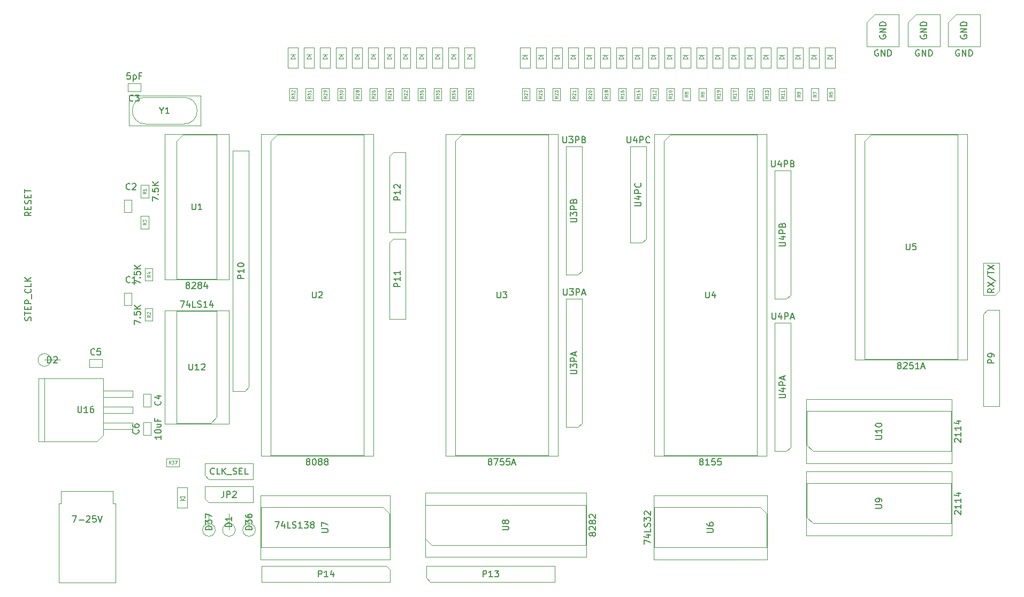
<source format=gbr>
G04 #@! TF.FileFunction,Other,Fab,Top*
%FSLAX46Y46*%
G04 Gerber Fmt 4.6, Leading zero omitted, Abs format (unit mm)*
G04 Created by KiCad (PCBNEW 4.0.3-stable) date 10/13/17 00:19:33*
%MOMM*%
%LPD*%
G01*
G04 APERTURE LIST*
%ADD10C,0.100000*%
%ADD11C,0.150000*%
%ADD12C,0.075000*%
G04 APERTURE END LIST*
D10*
X223012000Y-43815000D02*
X226822000Y-43815000D01*
X226822000Y-43815000D02*
X226822000Y-48895000D01*
X226822000Y-48895000D02*
X221742000Y-48895000D01*
X221742000Y-48895000D02*
X221742000Y-45085000D01*
X221742000Y-45085000D02*
X223012000Y-43815000D01*
X216662000Y-43815000D02*
X220472000Y-43815000D01*
X220472000Y-43815000D02*
X220472000Y-48895000D01*
X220472000Y-48895000D02*
X215392000Y-48895000D01*
X215392000Y-48895000D02*
X215392000Y-45085000D01*
X215392000Y-45085000D02*
X216662000Y-43815000D01*
X185274268Y-50272284D02*
X185674268Y-50872284D01*
X185674268Y-50872284D02*
X184874268Y-50872284D01*
X184874268Y-50872284D02*
X185274268Y-50272284D01*
X185674268Y-50222284D02*
X184874268Y-50222284D01*
X184474268Y-49072284D02*
X186074268Y-49072284D01*
X184474268Y-52272284D02*
X184474268Y-49072284D01*
X186074268Y-52272284D02*
X184474268Y-52272284D01*
X186074268Y-49072284D02*
X186074268Y-52272284D01*
X164954268Y-50272284D02*
X165354268Y-50872284D01*
X165354268Y-50872284D02*
X164554268Y-50872284D01*
X164554268Y-50872284D02*
X164954268Y-50272284D01*
X165354268Y-50222284D02*
X164554268Y-50222284D01*
X164154268Y-49072284D02*
X165754268Y-49072284D01*
X164154268Y-52272284D02*
X164154268Y-49072284D01*
X165754268Y-52272284D02*
X164154268Y-52272284D01*
X165754268Y-49072284D02*
X165754268Y-52272284D01*
X135854168Y-50241108D02*
X136254168Y-50841108D01*
X136254168Y-50841108D02*
X135454168Y-50841108D01*
X135454168Y-50841108D02*
X135854168Y-50241108D01*
X136254168Y-50191108D02*
X135454168Y-50191108D01*
X135054168Y-49041108D02*
X136654168Y-49041108D01*
X135054168Y-52241108D02*
X135054168Y-49041108D01*
X136654168Y-52241108D02*
X135054168Y-52241108D01*
X136654168Y-49041108D02*
X136654168Y-52241108D01*
X115555000Y-62865000D02*
X129285000Y-62865000D01*
X129285000Y-62865000D02*
X129285000Y-113665000D01*
X129285000Y-113665000D02*
X114555000Y-113665000D01*
X114555000Y-113665000D02*
X114555000Y-63865000D01*
X114555000Y-63865000D02*
X115555000Y-62865000D01*
X113030000Y-62805000D02*
X113030000Y-113725000D01*
X113030000Y-113725000D02*
X130810000Y-113725000D01*
X130810000Y-113725000D02*
X130810000Y-62805000D01*
X130810000Y-62805000D02*
X113030000Y-62805000D01*
X92568000Y-89900000D02*
X91328000Y-89900000D01*
X92568000Y-87900000D02*
X92568000Y-89900000D01*
X91328000Y-87900000D02*
X92568000Y-87900000D01*
X91328000Y-89900000D02*
X91328000Y-87900000D01*
X92568000Y-75168000D02*
X91328000Y-75168000D01*
X92568000Y-73168000D02*
X92568000Y-75168000D01*
X91328000Y-73168000D02*
X92568000Y-73168000D01*
X91328000Y-75168000D02*
X91328000Y-73168000D01*
X93964000Y-54752000D02*
X93964000Y-55992000D01*
X91964000Y-54752000D02*
X93964000Y-54752000D01*
X91964000Y-55992000D02*
X91964000Y-54752000D01*
X93964000Y-55992000D02*
X91964000Y-55992000D01*
X94376000Y-103922000D02*
X95616000Y-103922000D01*
X94376000Y-105922000D02*
X94376000Y-103922000D01*
X95616000Y-105922000D02*
X94376000Y-105922000D01*
X95616000Y-103922000D02*
X95616000Y-105922000D01*
X85868000Y-99680000D02*
X85868000Y-98440000D01*
X87868000Y-99680000D02*
X85868000Y-99680000D01*
X87868000Y-98440000D02*
X87868000Y-99680000D01*
X85868000Y-98440000D02*
X87868000Y-98440000D01*
X89598000Y-119300000D02*
X81398000Y-119300000D01*
X81398000Y-119300000D02*
X81398000Y-121300000D01*
X81398000Y-121300000D02*
X80998000Y-121300000D01*
X80998000Y-121300000D02*
X80998000Y-133800000D01*
X80998000Y-133800000D02*
X89998000Y-133800000D01*
X89998000Y-133800000D02*
X89998000Y-121300000D01*
X89998000Y-121300000D02*
X89598000Y-121300000D01*
X89598000Y-121300000D02*
X89598000Y-119300000D01*
X107950000Y-125476000D02*
X107950000Y-122936000D01*
X108950000Y-125476000D02*
G75*
G03X108950000Y-125476000I-1000000J0D01*
G01*
X78740000Y-98552000D02*
X81280000Y-98552000D01*
X79740000Y-98552000D02*
G75*
G03X79740000Y-98552000I-1000000J0D01*
G01*
X203054268Y-50272284D02*
X203454268Y-50872284D01*
X203454268Y-50872284D02*
X202654268Y-50872284D01*
X202654268Y-50872284D02*
X203054268Y-50272284D01*
X203454268Y-50222284D02*
X202654268Y-50222284D01*
X202254268Y-49072284D02*
X203854268Y-49072284D01*
X202254268Y-52272284D02*
X202254268Y-49072284D01*
X203854268Y-52272284D02*
X202254268Y-52272284D01*
X203854268Y-49072284D02*
X203854268Y-52272284D01*
X182734268Y-50272284D02*
X183134268Y-50872284D01*
X183134268Y-50872284D02*
X182334268Y-50872284D01*
X182334268Y-50872284D02*
X182734268Y-50272284D01*
X183134268Y-50222284D02*
X182334268Y-50222284D01*
X181934268Y-49072284D02*
X183534268Y-49072284D01*
X181934268Y-52272284D02*
X181934268Y-49072284D01*
X183534268Y-52272284D02*
X181934268Y-52272284D01*
X183534268Y-49072284D02*
X183534268Y-52272284D01*
X200514268Y-50272284D02*
X200914268Y-50872284D01*
X200914268Y-50872284D02*
X200114268Y-50872284D01*
X200114268Y-50872284D02*
X200514268Y-50272284D01*
X200914268Y-50222284D02*
X200114268Y-50222284D01*
X199714268Y-49072284D02*
X201314268Y-49072284D01*
X199714268Y-52272284D02*
X199714268Y-49072284D01*
X201314268Y-52272284D02*
X199714268Y-52272284D01*
X201314268Y-49072284D02*
X201314268Y-52272284D01*
X180194268Y-50272284D02*
X180594268Y-50872284D01*
X180594268Y-50872284D02*
X179794268Y-50872284D01*
X179794268Y-50872284D02*
X180194268Y-50272284D01*
X180594268Y-50222284D02*
X179794268Y-50222284D01*
X179394268Y-49072284D02*
X180994268Y-49072284D01*
X179394268Y-52272284D02*
X179394268Y-49072284D01*
X180994268Y-52272284D02*
X179394268Y-52272284D01*
X180994268Y-49072284D02*
X180994268Y-52272284D01*
X197974268Y-50272284D02*
X198374268Y-50872284D01*
X198374268Y-50872284D02*
X197574268Y-50872284D01*
X197574268Y-50872284D02*
X197974268Y-50272284D01*
X198374268Y-50222284D02*
X197574268Y-50222284D01*
X197174268Y-49072284D02*
X198774268Y-49072284D01*
X197174268Y-52272284D02*
X197174268Y-49072284D01*
X198774268Y-52272284D02*
X197174268Y-52272284D01*
X198774268Y-49072284D02*
X198774268Y-52272284D01*
X177654268Y-50272284D02*
X178054268Y-50872284D01*
X178054268Y-50872284D02*
X177254268Y-50872284D01*
X177254268Y-50872284D02*
X177654268Y-50272284D01*
X178054268Y-50222284D02*
X177254268Y-50222284D01*
X176854268Y-49072284D02*
X178454268Y-49072284D01*
X176854268Y-52272284D02*
X176854268Y-49072284D01*
X178454268Y-52272284D02*
X176854268Y-52272284D01*
X178454268Y-49072284D02*
X178454268Y-52272284D01*
X195434268Y-50272284D02*
X195834268Y-50872284D01*
X195834268Y-50872284D02*
X195034268Y-50872284D01*
X195034268Y-50872284D02*
X195434268Y-50272284D01*
X195834268Y-50222284D02*
X195034268Y-50222284D01*
X194634268Y-49072284D02*
X196234268Y-49072284D01*
X194634268Y-52272284D02*
X194634268Y-49072284D01*
X196234268Y-52272284D02*
X194634268Y-52272284D01*
X196234268Y-49072284D02*
X196234268Y-52272284D01*
X175114268Y-50272284D02*
X175514268Y-50872284D01*
X175514268Y-50872284D02*
X174714268Y-50872284D01*
X174714268Y-50872284D02*
X175114268Y-50272284D01*
X175514268Y-50222284D02*
X174714268Y-50222284D01*
X174314268Y-49072284D02*
X175914268Y-49072284D01*
X174314268Y-52272284D02*
X174314268Y-49072284D01*
X175914268Y-52272284D02*
X174314268Y-52272284D01*
X175914268Y-49072284D02*
X175914268Y-52272284D01*
X192894268Y-50272284D02*
X193294268Y-50872284D01*
X193294268Y-50872284D02*
X192494268Y-50872284D01*
X192494268Y-50872284D02*
X192894268Y-50272284D01*
X193294268Y-50222284D02*
X192494268Y-50222284D01*
X192094268Y-49072284D02*
X193694268Y-49072284D01*
X192094268Y-52272284D02*
X192094268Y-49072284D01*
X193694268Y-52272284D02*
X192094268Y-52272284D01*
X193694268Y-49072284D02*
X193694268Y-52272284D01*
X172574268Y-50272284D02*
X172974268Y-50872284D01*
X172974268Y-50872284D02*
X172174268Y-50872284D01*
X172174268Y-50872284D02*
X172574268Y-50272284D01*
X172974268Y-50222284D02*
X172174268Y-50222284D01*
X171774268Y-49072284D02*
X173374268Y-49072284D01*
X171774268Y-52272284D02*
X171774268Y-49072284D01*
X173374268Y-52272284D02*
X171774268Y-52272284D01*
X173374268Y-49072284D02*
X173374268Y-52272284D01*
X190354268Y-50272284D02*
X190754268Y-50872284D01*
X190754268Y-50872284D02*
X189954268Y-50872284D01*
X189954268Y-50872284D02*
X190354268Y-50272284D01*
X190754268Y-50222284D02*
X189954268Y-50222284D01*
X189554268Y-49072284D02*
X191154268Y-49072284D01*
X189554268Y-52272284D02*
X189554268Y-49072284D01*
X191154268Y-52272284D02*
X189554268Y-52272284D01*
X191154268Y-49072284D02*
X191154268Y-52272284D01*
X170034268Y-50272284D02*
X170434268Y-50872284D01*
X170434268Y-50872284D02*
X169634268Y-50872284D01*
X169634268Y-50872284D02*
X170034268Y-50272284D01*
X170434268Y-50222284D02*
X169634268Y-50222284D01*
X169234268Y-49072284D02*
X170834268Y-49072284D01*
X169234268Y-52272284D02*
X169234268Y-49072284D01*
X170834268Y-52272284D02*
X169234268Y-52272284D01*
X170834268Y-49072284D02*
X170834268Y-52272284D01*
X187814268Y-50272284D02*
X188214268Y-50872284D01*
X188214268Y-50872284D02*
X187414268Y-50872284D01*
X187414268Y-50872284D02*
X187814268Y-50272284D01*
X188214268Y-50222284D02*
X187414268Y-50222284D01*
X187014268Y-49072284D02*
X188614268Y-49072284D01*
X187014268Y-52272284D02*
X187014268Y-49072284D01*
X188614268Y-52272284D02*
X187014268Y-52272284D01*
X188614268Y-49072284D02*
X188614268Y-52272284D01*
X167494268Y-50272284D02*
X167894268Y-50872284D01*
X167894268Y-50872284D02*
X167094268Y-50872284D01*
X167094268Y-50872284D02*
X167494268Y-50272284D01*
X167894268Y-50222284D02*
X167094268Y-50222284D01*
X166694268Y-49072284D02*
X168294268Y-49072284D01*
X166694268Y-52272284D02*
X166694268Y-49072284D01*
X168294268Y-52272284D02*
X166694268Y-52272284D01*
X168294268Y-49072284D02*
X168294268Y-52272284D01*
X162414268Y-50272284D02*
X162814268Y-50872284D01*
X162814268Y-50872284D02*
X162014268Y-50872284D01*
X162014268Y-50872284D02*
X162414268Y-50272284D01*
X162814268Y-50222284D02*
X162014268Y-50222284D01*
X161614268Y-49072284D02*
X163214268Y-49072284D01*
X161614268Y-52272284D02*
X161614268Y-49072284D01*
X163214268Y-52272284D02*
X161614268Y-52272284D01*
X163214268Y-49072284D02*
X163214268Y-52272284D01*
X159874268Y-50272284D02*
X160274268Y-50872284D01*
X160274268Y-50872284D02*
X159474268Y-50872284D01*
X159474268Y-50872284D02*
X159874268Y-50272284D01*
X160274268Y-50222284D02*
X159474268Y-50222284D01*
X159074268Y-49072284D02*
X160674268Y-49072284D01*
X159074268Y-52272284D02*
X159074268Y-49072284D01*
X160674268Y-52272284D02*
X159074268Y-52272284D01*
X160674268Y-49072284D02*
X160674268Y-52272284D01*
X133314168Y-50241108D02*
X133714168Y-50841108D01*
X133714168Y-50841108D02*
X132914168Y-50841108D01*
X132914168Y-50841108D02*
X133314168Y-50241108D01*
X133714168Y-50191108D02*
X132914168Y-50191108D01*
X132514168Y-49041108D02*
X134114168Y-49041108D01*
X132514168Y-52241108D02*
X132514168Y-49041108D01*
X134114168Y-52241108D02*
X132514168Y-52241108D01*
X134114168Y-49041108D02*
X134114168Y-52241108D01*
X157334268Y-50272284D02*
X157734268Y-50872284D01*
X157734268Y-50872284D02*
X156934268Y-50872284D01*
X156934268Y-50872284D02*
X157334268Y-50272284D01*
X157734268Y-50222284D02*
X156934268Y-50222284D01*
X156534268Y-49072284D02*
X158134268Y-49072284D01*
X156534268Y-52272284D02*
X156534268Y-49072284D01*
X158134268Y-52272284D02*
X156534268Y-52272284D01*
X158134268Y-49072284D02*
X158134268Y-52272284D01*
X130774168Y-50241108D02*
X131174168Y-50841108D01*
X131174168Y-50841108D02*
X130374168Y-50841108D01*
X130374168Y-50841108D02*
X130774168Y-50241108D01*
X131174168Y-50191108D02*
X130374168Y-50191108D01*
X129974168Y-49041108D02*
X131574168Y-49041108D01*
X129974168Y-52241108D02*
X129974168Y-49041108D01*
X131574168Y-52241108D02*
X129974168Y-52241108D01*
X131574168Y-49041108D02*
X131574168Y-52241108D01*
X154794268Y-50272284D02*
X155194268Y-50872284D01*
X155194268Y-50872284D02*
X154394268Y-50872284D01*
X154394268Y-50872284D02*
X154794268Y-50272284D01*
X155194268Y-50222284D02*
X154394268Y-50222284D01*
X153994268Y-49072284D02*
X155594268Y-49072284D01*
X153994268Y-52272284D02*
X153994268Y-49072284D01*
X155594268Y-52272284D02*
X153994268Y-52272284D01*
X155594268Y-49072284D02*
X155594268Y-52272284D01*
X128234168Y-50241108D02*
X128634168Y-50841108D01*
X128634168Y-50841108D02*
X127834168Y-50841108D01*
X127834168Y-50841108D02*
X128234168Y-50241108D01*
X128634168Y-50191108D02*
X127834168Y-50191108D01*
X127434168Y-49041108D02*
X129034168Y-49041108D01*
X127434168Y-52241108D02*
X127434168Y-49041108D01*
X129034168Y-52241108D02*
X127434168Y-52241108D01*
X129034168Y-49041108D02*
X129034168Y-52241108D01*
X123154168Y-50241108D02*
X123554168Y-50841108D01*
X123554168Y-50841108D02*
X122754168Y-50841108D01*
X122754168Y-50841108D02*
X123154168Y-50241108D01*
X123554168Y-50191108D02*
X122754168Y-50191108D01*
X122354168Y-49041108D02*
X123954168Y-49041108D01*
X122354168Y-52241108D02*
X122354168Y-49041108D01*
X123954168Y-52241108D02*
X122354168Y-52241108D01*
X123954168Y-49041108D02*
X123954168Y-52241108D01*
X125694168Y-50241108D02*
X126094168Y-50841108D01*
X126094168Y-50841108D02*
X125294168Y-50841108D01*
X125294168Y-50841108D02*
X125694168Y-50241108D01*
X126094168Y-50191108D02*
X125294168Y-50191108D01*
X124894168Y-49041108D02*
X126494168Y-49041108D01*
X124894168Y-52241108D02*
X124894168Y-49041108D01*
X126494168Y-52241108D02*
X124894168Y-52241108D01*
X126494168Y-49041108D02*
X126494168Y-52241108D01*
X120614168Y-50241108D02*
X121014168Y-50841108D01*
X121014168Y-50841108D02*
X120214168Y-50841108D01*
X120214168Y-50841108D02*
X120614168Y-50241108D01*
X121014168Y-50191108D02*
X120214168Y-50191108D01*
X119814168Y-49041108D02*
X121414168Y-49041108D01*
X119814168Y-52241108D02*
X119814168Y-49041108D01*
X121414168Y-52241108D02*
X119814168Y-52241108D01*
X121414168Y-49041108D02*
X121414168Y-52241108D01*
X118074168Y-50241108D02*
X118474168Y-50841108D01*
X118474168Y-50841108D02*
X117674168Y-50841108D01*
X117674168Y-50841108D02*
X118074168Y-50241108D01*
X118474168Y-50191108D02*
X117674168Y-50191108D01*
X117274168Y-49041108D02*
X118874168Y-49041108D01*
X117274168Y-52241108D02*
X117274168Y-49041108D01*
X118874168Y-52241108D02*
X117274168Y-52241108D01*
X118874168Y-49041108D02*
X118874168Y-52241108D01*
X146014168Y-50241108D02*
X146414168Y-50841108D01*
X146414168Y-50841108D02*
X145614168Y-50841108D01*
X145614168Y-50841108D02*
X146014168Y-50241108D01*
X146414168Y-50191108D02*
X145614168Y-50191108D01*
X145214168Y-49041108D02*
X146814168Y-49041108D01*
X145214168Y-52241108D02*
X145214168Y-49041108D01*
X146814168Y-52241108D02*
X145214168Y-52241108D01*
X146814168Y-49041108D02*
X146814168Y-52241108D01*
X143474168Y-50241108D02*
X143874168Y-50841108D01*
X143874168Y-50841108D02*
X143074168Y-50841108D01*
X143074168Y-50841108D02*
X143474168Y-50241108D01*
X143874168Y-50191108D02*
X143074168Y-50191108D01*
X142674168Y-49041108D02*
X144274168Y-49041108D01*
X142674168Y-52241108D02*
X142674168Y-49041108D01*
X144274168Y-52241108D02*
X142674168Y-52241108D01*
X144274168Y-49041108D02*
X144274168Y-52241108D01*
X140934168Y-50241108D02*
X141334168Y-50841108D01*
X141334168Y-50841108D02*
X140534168Y-50841108D01*
X140534168Y-50841108D02*
X140934168Y-50241108D01*
X141334168Y-50191108D02*
X140534168Y-50191108D01*
X140134168Y-49041108D02*
X141734168Y-49041108D01*
X140134168Y-52241108D02*
X140134168Y-49041108D01*
X141734168Y-52241108D02*
X140134168Y-52241108D01*
X141734168Y-49041108D02*
X141734168Y-52241108D01*
X138394168Y-50241108D02*
X138794168Y-50841108D01*
X138794168Y-50841108D02*
X137994168Y-50841108D01*
X137994168Y-50841108D02*
X138394168Y-50241108D01*
X138794168Y-50191108D02*
X137994168Y-50191108D01*
X137594168Y-49041108D02*
X139194168Y-49041108D01*
X137594168Y-52241108D02*
X137594168Y-49041108D01*
X139194168Y-52241108D02*
X137594168Y-52241108D01*
X139194168Y-49041108D02*
X139194168Y-52241108D01*
X100584000Y-120764000D02*
X100184000Y-120164000D01*
X100184000Y-120164000D02*
X100984000Y-120164000D01*
X100984000Y-120164000D02*
X100584000Y-120764000D01*
X100184000Y-120814000D02*
X100984000Y-120814000D01*
X101384000Y-121964000D02*
X99784000Y-121964000D01*
X101384000Y-118764000D02*
X101384000Y-121964000D01*
X99784000Y-118764000D02*
X101384000Y-118764000D01*
X99784000Y-121964000D02*
X99784000Y-118764000D01*
X104140000Y-116840000D02*
X104140000Y-114935000D01*
X104140000Y-114935000D02*
X111760000Y-114935000D01*
X111760000Y-114935000D02*
X111760000Y-117475000D01*
X111760000Y-117475000D02*
X104775000Y-117475000D01*
X104775000Y-117475000D02*
X104140000Y-116840000D01*
X163195000Y-109220000D02*
X161290000Y-109220000D01*
X161290000Y-109220000D02*
X161290000Y-88900000D01*
X161290000Y-88900000D02*
X163830000Y-88900000D01*
X163830000Y-88900000D02*
X163830000Y-108585000D01*
X163830000Y-108585000D02*
X163195000Y-109220000D01*
X163195000Y-85090000D02*
X161290000Y-85090000D01*
X161290000Y-85090000D02*
X161290000Y-64770000D01*
X161290000Y-64770000D02*
X163830000Y-64770000D01*
X163830000Y-64770000D02*
X163830000Y-84455000D01*
X163830000Y-84455000D02*
X163195000Y-85090000D01*
X229235000Y-88265000D02*
X227330000Y-88265000D01*
X227330000Y-88265000D02*
X227330000Y-83185000D01*
X227330000Y-83185000D02*
X229870000Y-83185000D01*
X229870000Y-83185000D02*
X229870000Y-87630000D01*
X229870000Y-87630000D02*
X229235000Y-88265000D01*
X173355000Y-80010000D02*
X171450000Y-80010000D01*
X171450000Y-80010000D02*
X171450000Y-64770000D01*
X171450000Y-64770000D02*
X173990000Y-64770000D01*
X173990000Y-64770000D02*
X173990000Y-79375000D01*
X173990000Y-79375000D02*
X173355000Y-80010000D01*
X196215000Y-113030000D02*
X194310000Y-113030000D01*
X194310000Y-113030000D02*
X194310000Y-92710000D01*
X194310000Y-92710000D02*
X196850000Y-92710000D01*
X196850000Y-92710000D02*
X196850000Y-112395000D01*
X196850000Y-112395000D02*
X196215000Y-113030000D01*
X196215000Y-88900000D02*
X194310000Y-88900000D01*
X194310000Y-88900000D02*
X194310000Y-68580000D01*
X194310000Y-68580000D02*
X196850000Y-68580000D01*
X196850000Y-68580000D02*
X196850000Y-88265000D01*
X196850000Y-88265000D02*
X196215000Y-88900000D01*
X210185000Y-43815000D02*
X213995000Y-43815000D01*
X213995000Y-43815000D02*
X213995000Y-48895000D01*
X213995000Y-48895000D02*
X208915000Y-48895000D01*
X208915000Y-48895000D02*
X208915000Y-45085000D01*
X208915000Y-45085000D02*
X210185000Y-43815000D01*
X95235000Y-72835000D02*
X93995000Y-72835000D01*
X95235000Y-70835000D02*
X95235000Y-72835000D01*
X93995000Y-70835000D02*
X95235000Y-70835000D01*
X93995000Y-72835000D02*
X93995000Y-70835000D01*
X94630000Y-90360000D02*
X95870000Y-90360000D01*
X94630000Y-92360000D02*
X94630000Y-90360000D01*
X95870000Y-92360000D02*
X94630000Y-92360000D01*
X95870000Y-90360000D02*
X95870000Y-92360000D01*
X93995000Y-75755000D02*
X95235000Y-75755000D01*
X93995000Y-77755000D02*
X93995000Y-75755000D01*
X95235000Y-77755000D02*
X93995000Y-77755000D01*
X95235000Y-75755000D02*
X95235000Y-77755000D01*
X94630000Y-84010000D02*
X95870000Y-84010000D01*
X94630000Y-86010000D02*
X94630000Y-84010000D01*
X95870000Y-86010000D02*
X94630000Y-86010000D01*
X95870000Y-84010000D02*
X95870000Y-86010000D01*
X203820000Y-57468000D02*
X202580000Y-57468000D01*
X203820000Y-55468000D02*
X203820000Y-57468000D01*
X202580000Y-55468000D02*
X203820000Y-55468000D01*
X202580000Y-57468000D02*
X202580000Y-55468000D01*
X183500000Y-57468000D02*
X182260000Y-57468000D01*
X183500000Y-55468000D02*
X183500000Y-57468000D01*
X182260000Y-55468000D02*
X183500000Y-55468000D01*
X182260000Y-57468000D02*
X182260000Y-55468000D01*
X201280000Y-57468000D02*
X200040000Y-57468000D01*
X201280000Y-55468000D02*
X201280000Y-57468000D01*
X200040000Y-55468000D02*
X201280000Y-55468000D01*
X200040000Y-57468000D02*
X200040000Y-55468000D01*
X180960000Y-57468000D02*
X179720000Y-57468000D01*
X180960000Y-55468000D02*
X180960000Y-57468000D01*
X179720000Y-55468000D02*
X180960000Y-55468000D01*
X179720000Y-57468000D02*
X179720000Y-55468000D01*
X198740000Y-57468000D02*
X197500000Y-57468000D01*
X198740000Y-55468000D02*
X198740000Y-57468000D01*
X197500000Y-55468000D02*
X198740000Y-55468000D01*
X197500000Y-57468000D02*
X197500000Y-55468000D01*
X178420000Y-57468000D02*
X177180000Y-57468000D01*
X178420000Y-55468000D02*
X178420000Y-57468000D01*
X177180000Y-55468000D02*
X178420000Y-55468000D01*
X177180000Y-57468000D02*
X177180000Y-55468000D01*
X196200000Y-57468000D02*
X194960000Y-57468000D01*
X196200000Y-55468000D02*
X196200000Y-57468000D01*
X194960000Y-55468000D02*
X196200000Y-55468000D01*
X194960000Y-57468000D02*
X194960000Y-55468000D01*
X175880000Y-57468000D02*
X174640000Y-57468000D01*
X175880000Y-55468000D02*
X175880000Y-57468000D01*
X174640000Y-55468000D02*
X175880000Y-55468000D01*
X174640000Y-57468000D02*
X174640000Y-55468000D01*
X193660000Y-57468000D02*
X192420000Y-57468000D01*
X193660000Y-55468000D02*
X193660000Y-57468000D01*
X192420000Y-55468000D02*
X193660000Y-55468000D01*
X192420000Y-57468000D02*
X192420000Y-55468000D01*
X173340000Y-57468000D02*
X172100000Y-57468000D01*
X173340000Y-55468000D02*
X173340000Y-57468000D01*
X172100000Y-55468000D02*
X173340000Y-55468000D01*
X172100000Y-57468000D02*
X172100000Y-55468000D01*
X191120000Y-57468000D02*
X189880000Y-57468000D01*
X191120000Y-55468000D02*
X191120000Y-57468000D01*
X189880000Y-55468000D02*
X191120000Y-55468000D01*
X189880000Y-57468000D02*
X189880000Y-55468000D01*
X170800000Y-57468000D02*
X169560000Y-57468000D01*
X170800000Y-55468000D02*
X170800000Y-57468000D01*
X169560000Y-55468000D02*
X170800000Y-55468000D01*
X169560000Y-57468000D02*
X169560000Y-55468000D01*
X188580000Y-57468000D02*
X187340000Y-57468000D01*
X188580000Y-55468000D02*
X188580000Y-57468000D01*
X187340000Y-55468000D02*
X188580000Y-55468000D01*
X187340000Y-57468000D02*
X187340000Y-55468000D01*
X168260000Y-57468000D02*
X167020000Y-57468000D01*
X168260000Y-55468000D02*
X168260000Y-57468000D01*
X167020000Y-55468000D02*
X168260000Y-55468000D01*
X167020000Y-57468000D02*
X167020000Y-55468000D01*
X186040000Y-57468000D02*
X184800000Y-57468000D01*
X186040000Y-55468000D02*
X186040000Y-57468000D01*
X184800000Y-55468000D02*
X186040000Y-55468000D01*
X184800000Y-57468000D02*
X184800000Y-55468000D01*
X165720000Y-57468000D02*
X164480000Y-57468000D01*
X165720000Y-55468000D02*
X165720000Y-57468000D01*
X164480000Y-55468000D02*
X165720000Y-55468000D01*
X164480000Y-57468000D02*
X164480000Y-55468000D01*
X163180000Y-57468000D02*
X161940000Y-57468000D01*
X163180000Y-55468000D02*
X163180000Y-57468000D01*
X161940000Y-55468000D02*
X163180000Y-55468000D01*
X161940000Y-57468000D02*
X161940000Y-55468000D01*
X136510000Y-57468000D02*
X135270000Y-57468000D01*
X136510000Y-55468000D02*
X136510000Y-57468000D01*
X135270000Y-55468000D02*
X136510000Y-55468000D01*
X135270000Y-57468000D02*
X135270000Y-55468000D01*
X160386000Y-57468000D02*
X159146000Y-57468000D01*
X160386000Y-55468000D02*
X160386000Y-57468000D01*
X159146000Y-55468000D02*
X160386000Y-55468000D01*
X159146000Y-57468000D02*
X159146000Y-55468000D01*
X133970000Y-57468000D02*
X132730000Y-57468000D01*
X133970000Y-55468000D02*
X133970000Y-57468000D01*
X132730000Y-55468000D02*
X133970000Y-55468000D01*
X132730000Y-57468000D02*
X132730000Y-55468000D01*
X157846000Y-57468000D02*
X156606000Y-57468000D01*
X157846000Y-55468000D02*
X157846000Y-57468000D01*
X156606000Y-55468000D02*
X157846000Y-55468000D01*
X156606000Y-57468000D02*
X156606000Y-55468000D01*
X131430000Y-57468000D02*
X130190000Y-57468000D01*
X131430000Y-55468000D02*
X131430000Y-57468000D01*
X130190000Y-55468000D02*
X131430000Y-55468000D01*
X130190000Y-57468000D02*
X130190000Y-55468000D01*
X155560000Y-57468000D02*
X154320000Y-57468000D01*
X155560000Y-55468000D02*
X155560000Y-57468000D01*
X154320000Y-55468000D02*
X155560000Y-55468000D01*
X154320000Y-57468000D02*
X154320000Y-55468000D01*
X128890000Y-57468000D02*
X127650000Y-57468000D01*
X128890000Y-55468000D02*
X128890000Y-57468000D01*
X127650000Y-55468000D02*
X128890000Y-55468000D01*
X127650000Y-57468000D02*
X127650000Y-55468000D01*
X123810000Y-57468000D02*
X122570000Y-57468000D01*
X123810000Y-55468000D02*
X123810000Y-57468000D01*
X122570000Y-55468000D02*
X123810000Y-55468000D01*
X122570000Y-57468000D02*
X122570000Y-55468000D01*
X126350000Y-57468000D02*
X125110000Y-57468000D01*
X126350000Y-55468000D02*
X126350000Y-57468000D01*
X125110000Y-55468000D02*
X126350000Y-55468000D01*
X125110000Y-57468000D02*
X125110000Y-55468000D01*
X121270000Y-57468000D02*
X120030000Y-57468000D01*
X121270000Y-55468000D02*
X121270000Y-57468000D01*
X120030000Y-55468000D02*
X121270000Y-55468000D01*
X120030000Y-57468000D02*
X120030000Y-55468000D01*
X118730000Y-57468000D02*
X117490000Y-57468000D01*
X118730000Y-55468000D02*
X118730000Y-57468000D01*
X117490000Y-55468000D02*
X118730000Y-55468000D01*
X117490000Y-57468000D02*
X117490000Y-55468000D01*
X146670000Y-57468000D02*
X145430000Y-57468000D01*
X146670000Y-55468000D02*
X146670000Y-57468000D01*
X145430000Y-55468000D02*
X146670000Y-55468000D01*
X145430000Y-57468000D02*
X145430000Y-55468000D01*
X144130000Y-57468000D02*
X142890000Y-57468000D01*
X144130000Y-55468000D02*
X144130000Y-57468000D01*
X142890000Y-55468000D02*
X144130000Y-55468000D01*
X142890000Y-57468000D02*
X142890000Y-55468000D01*
X141590000Y-57468000D02*
X140350000Y-57468000D01*
X141590000Y-55468000D02*
X141590000Y-57468000D01*
X140350000Y-55468000D02*
X141590000Y-55468000D01*
X140350000Y-57468000D02*
X140350000Y-55468000D01*
X139050000Y-57468000D02*
X137810000Y-57468000D01*
X139050000Y-55468000D02*
X139050000Y-57468000D01*
X137810000Y-55468000D02*
X139050000Y-55468000D01*
X137810000Y-57468000D02*
X137810000Y-55468000D01*
X100060000Y-114188000D02*
X100060000Y-115428000D01*
X98060000Y-114188000D02*
X100060000Y-114188000D01*
X98060000Y-115428000D02*
X98060000Y-114188000D01*
X100060000Y-115428000D02*
X98060000Y-115428000D01*
X100695000Y-62865000D02*
X106045000Y-62865000D01*
X106045000Y-62865000D02*
X106045000Y-85725000D01*
X106045000Y-85725000D02*
X99695000Y-85725000D01*
X99695000Y-85725000D02*
X99695000Y-63865000D01*
X99695000Y-63865000D02*
X100695000Y-62865000D01*
X97790000Y-62805000D02*
X97790000Y-85785000D01*
X97790000Y-85785000D02*
X107950000Y-85785000D01*
X107950000Y-85785000D02*
X107950000Y-62805000D01*
X107950000Y-62805000D02*
X97790000Y-62805000D01*
X144765000Y-62865000D02*
X158495000Y-62865000D01*
X158495000Y-62865000D02*
X158495000Y-113665000D01*
X158495000Y-113665000D02*
X143765000Y-113665000D01*
X143765000Y-113665000D02*
X143765000Y-63865000D01*
X143765000Y-63865000D02*
X144765000Y-62865000D01*
X142240000Y-62805000D02*
X142240000Y-113725000D01*
X142240000Y-113725000D02*
X160020000Y-113725000D01*
X160020000Y-113725000D02*
X160020000Y-62805000D01*
X160020000Y-62805000D02*
X142240000Y-62805000D01*
X177785000Y-62865000D02*
X191515000Y-62865000D01*
X191515000Y-62865000D02*
X191515000Y-113665000D01*
X191515000Y-113665000D02*
X176785000Y-113665000D01*
X176785000Y-113665000D02*
X176785000Y-63865000D01*
X176785000Y-63865000D02*
X177785000Y-62865000D01*
X175260000Y-62805000D02*
X175260000Y-113725000D01*
X175260000Y-113725000D02*
X193040000Y-113725000D01*
X193040000Y-113725000D02*
X193040000Y-62805000D01*
X193040000Y-62805000D02*
X175260000Y-62805000D01*
X209535000Y-62865000D02*
X223265000Y-62865000D01*
X223265000Y-62865000D02*
X223265000Y-98425000D01*
X223265000Y-98425000D02*
X208535000Y-98425000D01*
X208535000Y-98425000D02*
X208535000Y-63865000D01*
X208535000Y-63865000D02*
X209535000Y-62865000D01*
X207010000Y-62805000D02*
X207010000Y-98485000D01*
X207010000Y-98485000D02*
X224790000Y-98485000D01*
X224790000Y-98485000D02*
X224790000Y-62805000D01*
X224790000Y-62805000D02*
X207010000Y-62805000D01*
X193040000Y-122920000D02*
X193040000Y-128270000D01*
X193040000Y-128270000D02*
X175260000Y-128270000D01*
X175260000Y-128270000D02*
X175260000Y-121920000D01*
X175260000Y-121920000D02*
X192040000Y-121920000D01*
X192040000Y-121920000D02*
X193040000Y-122920000D01*
X193100000Y-120015000D02*
X175200000Y-120015000D01*
X175200000Y-120015000D02*
X175200000Y-130175000D01*
X175200000Y-130175000D02*
X193100000Y-130175000D01*
X193100000Y-130175000D02*
X193100000Y-120015000D01*
X133350000Y-122920000D02*
X133350000Y-128270000D01*
X133350000Y-128270000D02*
X113030000Y-128270000D01*
X113030000Y-128270000D02*
X113030000Y-121920000D01*
X113030000Y-121920000D02*
X132350000Y-121920000D01*
X132350000Y-121920000D02*
X133350000Y-122920000D01*
X133410000Y-120015000D02*
X112970000Y-120015000D01*
X112970000Y-120015000D02*
X112970000Y-130175000D01*
X112970000Y-130175000D02*
X133410000Y-130175000D01*
X133410000Y-130175000D02*
X133410000Y-120015000D01*
X199390000Y-123460000D02*
X199390000Y-118110000D01*
X199390000Y-118110000D02*
X222250000Y-118110000D01*
X222250000Y-118110000D02*
X222250000Y-124460000D01*
X222250000Y-124460000D02*
X200390000Y-124460000D01*
X200390000Y-124460000D02*
X199390000Y-123460000D01*
X199330000Y-126365000D02*
X222310000Y-126365000D01*
X222310000Y-126365000D02*
X222310000Y-116205000D01*
X222310000Y-116205000D02*
X199330000Y-116205000D01*
X199330000Y-116205000D02*
X199330000Y-126365000D01*
X199390000Y-112030000D02*
X199390000Y-106680000D01*
X199390000Y-106680000D02*
X222250000Y-106680000D01*
X222250000Y-106680000D02*
X222250000Y-113030000D01*
X222250000Y-113030000D02*
X200390000Y-113030000D01*
X200390000Y-113030000D02*
X199390000Y-112030000D01*
X199330000Y-114935000D02*
X222310000Y-114935000D01*
X222310000Y-114935000D02*
X222310000Y-104775000D01*
X222310000Y-104775000D02*
X199330000Y-104775000D01*
X199330000Y-104775000D02*
X199330000Y-114935000D01*
X105045000Y-108585000D02*
X99695000Y-108585000D01*
X99695000Y-108585000D02*
X99695000Y-90805000D01*
X99695000Y-90805000D02*
X106045000Y-90805000D01*
X106045000Y-90805000D02*
X106045000Y-107585000D01*
X106045000Y-107585000D02*
X105045000Y-108585000D01*
X107950000Y-108645000D02*
X107950000Y-90745000D01*
X107950000Y-90745000D02*
X97790000Y-90745000D01*
X97790000Y-90745000D02*
X97790000Y-108645000D01*
X97790000Y-108645000D02*
X107950000Y-108645000D01*
X92090000Y-56705000D02*
X92090000Y-61405000D01*
X92090000Y-61405000D02*
X103490000Y-61405000D01*
X103490000Y-61405000D02*
X103490000Y-56705000D01*
X103490000Y-56705000D02*
X92090000Y-56705000D01*
X94775000Y-56940000D02*
X100805000Y-56940000D01*
X94775000Y-61170000D02*
X100805000Y-61170000D01*
X94775000Y-61170000D02*
G75*
G02X94775000Y-56940000I0J2115000D01*
G01*
X100805000Y-61170000D02*
G75*
G03X100805000Y-56940000I0J2115000D01*
G01*
X104140000Y-120523000D02*
X104140000Y-118618000D01*
X104140000Y-118618000D02*
X111760000Y-118618000D01*
X111760000Y-118618000D02*
X111760000Y-121158000D01*
X111760000Y-121158000D02*
X104775000Y-121158000D01*
X104775000Y-121158000D02*
X104140000Y-120523000D01*
X227965000Y-90678000D02*
X229870000Y-90678000D01*
X229870000Y-90678000D02*
X229870000Y-105918000D01*
X229870000Y-105918000D02*
X227330000Y-105918000D01*
X227330000Y-105918000D02*
X227330000Y-91313000D01*
X227330000Y-91313000D02*
X227965000Y-90678000D01*
X110490000Y-103505000D02*
X108585000Y-103505000D01*
X108585000Y-103505000D02*
X108585000Y-65405000D01*
X108585000Y-65405000D02*
X111125000Y-65405000D01*
X111125000Y-65405000D02*
X111125000Y-102870000D01*
X111125000Y-102870000D02*
X110490000Y-103505000D01*
X133985000Y-79375000D02*
X135890000Y-79375000D01*
X135890000Y-79375000D02*
X135890000Y-92075000D01*
X135890000Y-92075000D02*
X133350000Y-92075000D01*
X133350000Y-92075000D02*
X133350000Y-80010000D01*
X133350000Y-80010000D02*
X133985000Y-79375000D01*
X133985000Y-65659000D02*
X135890000Y-65659000D01*
X135890000Y-65659000D02*
X135890000Y-78359000D01*
X135890000Y-78359000D02*
X133350000Y-78359000D01*
X133350000Y-78359000D02*
X133350000Y-66294000D01*
X133350000Y-66294000D02*
X133985000Y-65659000D01*
X139192000Y-133096000D02*
X139192000Y-131191000D01*
X139192000Y-131191000D02*
X159512000Y-131191000D01*
X159512000Y-131191000D02*
X159512000Y-133731000D01*
X159512000Y-133731000D02*
X139827000Y-133731000D01*
X139827000Y-133731000D02*
X139192000Y-133096000D01*
X133477000Y-131826000D02*
X133477000Y-133731000D01*
X133477000Y-133731000D02*
X113157000Y-133731000D01*
X113157000Y-133731000D02*
X113157000Y-131191000D01*
X113157000Y-131191000D02*
X132842000Y-131191000D01*
X132842000Y-131191000D02*
X133477000Y-131826000D01*
X139065000Y-126889000D02*
X139065000Y-121539000D01*
X139065000Y-121539000D02*
X164465000Y-121539000D01*
X164465000Y-121539000D02*
X164465000Y-127889000D01*
X164465000Y-127889000D02*
X140065000Y-127889000D01*
X140065000Y-127889000D02*
X139065000Y-126889000D01*
X139005000Y-129794000D02*
X164525000Y-129794000D01*
X164525000Y-129794000D02*
X164525000Y-119634000D01*
X164525000Y-119634000D02*
X139005000Y-119634000D01*
X139005000Y-119634000D02*
X139005000Y-129794000D01*
X111125000Y-125476000D02*
X111125000Y-122936000D01*
X112125000Y-125476000D02*
G75*
G03X112125000Y-125476000I-1000000J0D01*
G01*
X104775000Y-125476000D02*
X104775000Y-122936000D01*
X105775000Y-125476000D02*
G75*
G03X105775000Y-125476000I-1000000J0D01*
G01*
X95616000Y-110454000D02*
X94376000Y-110454000D01*
X95616000Y-108454000D02*
X95616000Y-110454000D01*
X94376000Y-108454000D02*
X95616000Y-108454000D01*
X94376000Y-110454000D02*
X94376000Y-108454000D01*
X78778000Y-111445000D02*
X77778000Y-111445000D01*
X77778000Y-111445000D02*
X77778000Y-101445000D01*
X77778000Y-101445000D02*
X78778000Y-101445000D01*
X78778000Y-111445000D02*
X78778000Y-101445000D01*
X78778000Y-101445000D02*
X88028000Y-101445000D01*
X88028000Y-101445000D02*
X88028000Y-110445000D01*
X88028000Y-110445000D02*
X87028000Y-111445000D01*
X87028000Y-111445000D02*
X78778000Y-111445000D01*
X88028000Y-109485000D02*
X92728000Y-109485000D01*
X92728000Y-109485000D02*
X92728000Y-108485000D01*
X92728000Y-108485000D02*
X88028000Y-108485000D01*
X88028000Y-106945000D02*
X92728000Y-106945000D01*
X92728000Y-106945000D02*
X92728000Y-105945000D01*
X92728000Y-105945000D02*
X88028000Y-105945000D01*
X88028000Y-104405000D02*
X92728000Y-104405000D01*
X92728000Y-104405000D02*
X92728000Y-103405000D01*
X92728000Y-103405000D02*
X88028000Y-103405000D01*
D11*
X223520096Y-49455000D02*
X223424858Y-49407381D01*
X223282001Y-49407381D01*
X223139143Y-49455000D01*
X223043905Y-49550238D01*
X222996286Y-49645476D01*
X222948667Y-49835952D01*
X222948667Y-49978810D01*
X222996286Y-50169286D01*
X223043905Y-50264524D01*
X223139143Y-50359762D01*
X223282001Y-50407381D01*
X223377239Y-50407381D01*
X223520096Y-50359762D01*
X223567715Y-50312143D01*
X223567715Y-49978810D01*
X223377239Y-49978810D01*
X223996286Y-50407381D02*
X223996286Y-49407381D01*
X224567715Y-50407381D01*
X224567715Y-49407381D01*
X225043905Y-50407381D02*
X225043905Y-49407381D01*
X225282000Y-49407381D01*
X225424858Y-49455000D01*
X225520096Y-49550238D01*
X225567715Y-49645476D01*
X225615334Y-49835952D01*
X225615334Y-49978810D01*
X225567715Y-50169286D01*
X225520096Y-50264524D01*
X225424858Y-50359762D01*
X225282000Y-50407381D01*
X225043905Y-50407381D01*
X223782000Y-47116904D02*
X223734381Y-47212142D01*
X223734381Y-47354999D01*
X223782000Y-47497857D01*
X223877238Y-47593095D01*
X223972476Y-47640714D01*
X224162952Y-47688333D01*
X224305810Y-47688333D01*
X224496286Y-47640714D01*
X224591524Y-47593095D01*
X224686762Y-47497857D01*
X224734381Y-47354999D01*
X224734381Y-47259761D01*
X224686762Y-47116904D01*
X224639143Y-47069285D01*
X224305810Y-47069285D01*
X224305810Y-47259761D01*
X224734381Y-46640714D02*
X223734381Y-46640714D01*
X224734381Y-46069285D01*
X223734381Y-46069285D01*
X224734381Y-45593095D02*
X223734381Y-45593095D01*
X223734381Y-45355000D01*
X223782000Y-45212142D01*
X223877238Y-45116904D01*
X223972476Y-45069285D01*
X224162952Y-45021666D01*
X224305810Y-45021666D01*
X224496286Y-45069285D01*
X224591524Y-45116904D01*
X224686762Y-45212142D01*
X224734381Y-45355000D01*
X224734381Y-45593095D01*
X217170096Y-49455000D02*
X217074858Y-49407381D01*
X216932001Y-49407381D01*
X216789143Y-49455000D01*
X216693905Y-49550238D01*
X216646286Y-49645476D01*
X216598667Y-49835952D01*
X216598667Y-49978810D01*
X216646286Y-50169286D01*
X216693905Y-50264524D01*
X216789143Y-50359762D01*
X216932001Y-50407381D01*
X217027239Y-50407381D01*
X217170096Y-50359762D01*
X217217715Y-50312143D01*
X217217715Y-49978810D01*
X217027239Y-49978810D01*
X217646286Y-50407381D02*
X217646286Y-49407381D01*
X218217715Y-50407381D01*
X218217715Y-49407381D01*
X218693905Y-50407381D02*
X218693905Y-49407381D01*
X218932000Y-49407381D01*
X219074858Y-49455000D01*
X219170096Y-49550238D01*
X219217715Y-49645476D01*
X219265334Y-49835952D01*
X219265334Y-49978810D01*
X219217715Y-50169286D01*
X219170096Y-50264524D01*
X219074858Y-50359762D01*
X218932000Y-50407381D01*
X218693905Y-50407381D01*
X217432000Y-47116904D02*
X217384381Y-47212142D01*
X217384381Y-47354999D01*
X217432000Y-47497857D01*
X217527238Y-47593095D01*
X217622476Y-47640714D01*
X217812952Y-47688333D01*
X217955810Y-47688333D01*
X218146286Y-47640714D01*
X218241524Y-47593095D01*
X218336762Y-47497857D01*
X218384381Y-47354999D01*
X218384381Y-47259761D01*
X218336762Y-47116904D01*
X218289143Y-47069285D01*
X217955810Y-47069285D01*
X217955810Y-47259761D01*
X218384381Y-46640714D02*
X217384381Y-46640714D01*
X218384381Y-46069285D01*
X217384381Y-46069285D01*
X218384381Y-45593095D02*
X217384381Y-45593095D01*
X217384381Y-45355000D01*
X217432000Y-45212142D01*
X217527238Y-45116904D01*
X217622476Y-45069285D01*
X217812952Y-45021666D01*
X217955810Y-45021666D01*
X218146286Y-45069285D01*
X218241524Y-45116904D01*
X218336762Y-45212142D01*
X218384381Y-45355000D01*
X218384381Y-45593095D01*
X120396190Y-114605952D02*
X120300952Y-114558333D01*
X120253333Y-114510714D01*
X120205714Y-114415476D01*
X120205714Y-114367857D01*
X120253333Y-114272619D01*
X120300952Y-114225000D01*
X120396190Y-114177381D01*
X120586667Y-114177381D01*
X120681905Y-114225000D01*
X120729524Y-114272619D01*
X120777143Y-114367857D01*
X120777143Y-114415476D01*
X120729524Y-114510714D01*
X120681905Y-114558333D01*
X120586667Y-114605952D01*
X120396190Y-114605952D01*
X120300952Y-114653571D01*
X120253333Y-114701190D01*
X120205714Y-114796429D01*
X120205714Y-114986905D01*
X120253333Y-115082143D01*
X120300952Y-115129762D01*
X120396190Y-115177381D01*
X120586667Y-115177381D01*
X120681905Y-115129762D01*
X120729524Y-115082143D01*
X120777143Y-114986905D01*
X120777143Y-114796429D01*
X120729524Y-114701190D01*
X120681905Y-114653571D01*
X120586667Y-114605952D01*
X121396190Y-114177381D02*
X121491429Y-114177381D01*
X121586667Y-114225000D01*
X121634286Y-114272619D01*
X121681905Y-114367857D01*
X121729524Y-114558333D01*
X121729524Y-114796429D01*
X121681905Y-114986905D01*
X121634286Y-115082143D01*
X121586667Y-115129762D01*
X121491429Y-115177381D01*
X121396190Y-115177381D01*
X121300952Y-115129762D01*
X121253333Y-115082143D01*
X121205714Y-114986905D01*
X121158095Y-114796429D01*
X121158095Y-114558333D01*
X121205714Y-114367857D01*
X121253333Y-114272619D01*
X121300952Y-114225000D01*
X121396190Y-114177381D01*
X122300952Y-114605952D02*
X122205714Y-114558333D01*
X122158095Y-114510714D01*
X122110476Y-114415476D01*
X122110476Y-114367857D01*
X122158095Y-114272619D01*
X122205714Y-114225000D01*
X122300952Y-114177381D01*
X122491429Y-114177381D01*
X122586667Y-114225000D01*
X122634286Y-114272619D01*
X122681905Y-114367857D01*
X122681905Y-114415476D01*
X122634286Y-114510714D01*
X122586667Y-114558333D01*
X122491429Y-114605952D01*
X122300952Y-114605952D01*
X122205714Y-114653571D01*
X122158095Y-114701190D01*
X122110476Y-114796429D01*
X122110476Y-114986905D01*
X122158095Y-115082143D01*
X122205714Y-115129762D01*
X122300952Y-115177381D01*
X122491429Y-115177381D01*
X122586667Y-115129762D01*
X122634286Y-115082143D01*
X122681905Y-114986905D01*
X122681905Y-114796429D01*
X122634286Y-114701190D01*
X122586667Y-114653571D01*
X122491429Y-114605952D01*
X123253333Y-114605952D02*
X123158095Y-114558333D01*
X123110476Y-114510714D01*
X123062857Y-114415476D01*
X123062857Y-114367857D01*
X123110476Y-114272619D01*
X123158095Y-114225000D01*
X123253333Y-114177381D01*
X123443810Y-114177381D01*
X123539048Y-114225000D01*
X123586667Y-114272619D01*
X123634286Y-114367857D01*
X123634286Y-114415476D01*
X123586667Y-114510714D01*
X123539048Y-114558333D01*
X123443810Y-114605952D01*
X123253333Y-114605952D01*
X123158095Y-114653571D01*
X123110476Y-114701190D01*
X123062857Y-114796429D01*
X123062857Y-114986905D01*
X123110476Y-115082143D01*
X123158095Y-115129762D01*
X123253333Y-115177381D01*
X123443810Y-115177381D01*
X123539048Y-115129762D01*
X123586667Y-115082143D01*
X123634286Y-114986905D01*
X123634286Y-114796429D01*
X123586667Y-114701190D01*
X123539048Y-114653571D01*
X123443810Y-114605952D01*
X121158095Y-87717381D02*
X121158095Y-88526905D01*
X121205714Y-88622143D01*
X121253333Y-88669762D01*
X121348571Y-88717381D01*
X121539048Y-88717381D01*
X121634286Y-88669762D01*
X121681905Y-88622143D01*
X121729524Y-88526905D01*
X121729524Y-87717381D01*
X122158095Y-87812619D02*
X122205714Y-87765000D01*
X122300952Y-87717381D01*
X122539048Y-87717381D01*
X122634286Y-87765000D01*
X122681905Y-87812619D01*
X122729524Y-87907857D01*
X122729524Y-88003095D01*
X122681905Y-88145952D01*
X122110476Y-88717381D01*
X122729524Y-88717381D01*
X92289334Y-86209143D02*
X92241715Y-86256762D01*
X92098858Y-86304381D01*
X92003620Y-86304381D01*
X91860762Y-86256762D01*
X91765524Y-86161524D01*
X91717905Y-86066286D01*
X91670286Y-85875810D01*
X91670286Y-85732952D01*
X91717905Y-85542476D01*
X91765524Y-85447238D01*
X91860762Y-85352000D01*
X92003620Y-85304381D01*
X92098858Y-85304381D01*
X92241715Y-85352000D01*
X92289334Y-85399619D01*
X93241715Y-86304381D02*
X92670286Y-86304381D01*
X92956000Y-86304381D02*
X92956000Y-85304381D01*
X92860762Y-85447238D01*
X92765524Y-85542476D01*
X92670286Y-85590095D01*
X92289334Y-71477143D02*
X92241715Y-71524762D01*
X92098858Y-71572381D01*
X92003620Y-71572381D01*
X91860762Y-71524762D01*
X91765524Y-71429524D01*
X91717905Y-71334286D01*
X91670286Y-71143810D01*
X91670286Y-71000952D01*
X91717905Y-70810476D01*
X91765524Y-70715238D01*
X91860762Y-70620000D01*
X92003620Y-70572381D01*
X92098858Y-70572381D01*
X92241715Y-70620000D01*
X92289334Y-70667619D01*
X92670286Y-70667619D02*
X92717905Y-70620000D01*
X92813143Y-70572381D01*
X93051239Y-70572381D01*
X93146477Y-70620000D01*
X93194096Y-70667619D01*
X93241715Y-70762857D01*
X93241715Y-70858095D01*
X93194096Y-71000952D01*
X92622667Y-71572381D01*
X93241715Y-71572381D01*
X92321143Y-53074381D02*
X91844952Y-53074381D01*
X91797333Y-53550571D01*
X91844952Y-53502952D01*
X91940190Y-53455333D01*
X92178286Y-53455333D01*
X92273524Y-53502952D01*
X92321143Y-53550571D01*
X92368762Y-53645810D01*
X92368762Y-53883905D01*
X92321143Y-53979143D01*
X92273524Y-54026762D01*
X92178286Y-54074381D01*
X91940190Y-54074381D01*
X91844952Y-54026762D01*
X91797333Y-53979143D01*
X92797333Y-53407714D02*
X92797333Y-54407714D01*
X92797333Y-53455333D02*
X92892571Y-53407714D01*
X93083048Y-53407714D01*
X93178286Y-53455333D01*
X93225905Y-53502952D01*
X93273524Y-53598190D01*
X93273524Y-53883905D01*
X93225905Y-53979143D01*
X93178286Y-54026762D01*
X93083048Y-54074381D01*
X92892571Y-54074381D01*
X92797333Y-54026762D01*
X94035429Y-53550571D02*
X93702095Y-53550571D01*
X93702095Y-54074381D02*
X93702095Y-53074381D01*
X94178286Y-53074381D01*
X92797334Y-57479143D02*
X92749715Y-57526762D01*
X92606858Y-57574381D01*
X92511620Y-57574381D01*
X92368762Y-57526762D01*
X92273524Y-57431524D01*
X92225905Y-57336286D01*
X92178286Y-57145810D01*
X92178286Y-57002952D01*
X92225905Y-56812476D01*
X92273524Y-56717238D01*
X92368762Y-56622000D01*
X92511620Y-56574381D01*
X92606858Y-56574381D01*
X92749715Y-56622000D01*
X92797334Y-56669619D01*
X93130667Y-56574381D02*
X93749715Y-56574381D01*
X93416381Y-56955333D01*
X93559239Y-56955333D01*
X93654477Y-57002952D01*
X93702096Y-57050571D01*
X93749715Y-57145810D01*
X93749715Y-57383905D01*
X93702096Y-57479143D01*
X93654477Y-57526762D01*
X93559239Y-57574381D01*
X93273524Y-57574381D01*
X93178286Y-57526762D01*
X93130667Y-57479143D01*
X97103143Y-105088666D02*
X97150762Y-105136285D01*
X97198381Y-105279142D01*
X97198381Y-105374380D01*
X97150762Y-105517238D01*
X97055524Y-105612476D01*
X96960286Y-105660095D01*
X96769810Y-105707714D01*
X96626952Y-105707714D01*
X96436476Y-105660095D01*
X96341238Y-105612476D01*
X96246000Y-105517238D01*
X96198381Y-105374380D01*
X96198381Y-105279142D01*
X96246000Y-105136285D01*
X96293619Y-105088666D01*
X96531714Y-104231523D02*
X97198381Y-104231523D01*
X96150762Y-104469619D02*
X96865048Y-104707714D01*
X96865048Y-104088666D01*
X86701334Y-97667143D02*
X86653715Y-97714762D01*
X86510858Y-97762381D01*
X86415620Y-97762381D01*
X86272762Y-97714762D01*
X86177524Y-97619524D01*
X86129905Y-97524286D01*
X86082286Y-97333810D01*
X86082286Y-97190952D01*
X86129905Y-97000476D01*
X86177524Y-96905238D01*
X86272762Y-96810000D01*
X86415620Y-96762381D01*
X86510858Y-96762381D01*
X86653715Y-96810000D01*
X86701334Y-96857619D01*
X87606096Y-96762381D02*
X87129905Y-96762381D01*
X87082286Y-97238571D01*
X87129905Y-97190952D01*
X87225143Y-97143333D01*
X87463239Y-97143333D01*
X87558477Y-97190952D01*
X87606096Y-97238571D01*
X87653715Y-97333810D01*
X87653715Y-97571905D01*
X87606096Y-97667143D01*
X87558477Y-97714762D01*
X87463239Y-97762381D01*
X87225143Y-97762381D01*
X87129905Y-97714762D01*
X87082286Y-97667143D01*
X83164667Y-123252381D02*
X83831334Y-123252381D01*
X83402762Y-124252381D01*
X84212286Y-123871429D02*
X84974191Y-123871429D01*
X85402762Y-123347619D02*
X85450381Y-123300000D01*
X85545619Y-123252381D01*
X85783715Y-123252381D01*
X85878953Y-123300000D01*
X85926572Y-123347619D01*
X85974191Y-123442857D01*
X85974191Y-123538095D01*
X85926572Y-123680952D01*
X85355143Y-124252381D01*
X85974191Y-124252381D01*
X86878953Y-123252381D02*
X86402762Y-123252381D01*
X86355143Y-123728571D01*
X86402762Y-123680952D01*
X86498000Y-123633333D01*
X86736096Y-123633333D01*
X86831334Y-123680952D01*
X86878953Y-123728571D01*
X86926572Y-123823810D01*
X86926572Y-124061905D01*
X86878953Y-124157143D01*
X86831334Y-124204762D01*
X86736096Y-124252381D01*
X86498000Y-124252381D01*
X86402762Y-124204762D01*
X86355143Y-124157143D01*
X87212286Y-123252381D02*
X87545619Y-124252381D01*
X87878953Y-123252381D01*
X108402381Y-124944095D02*
X107402381Y-124944095D01*
X107402381Y-124706000D01*
X107450000Y-124563142D01*
X107545238Y-124467904D01*
X107640476Y-124420285D01*
X107830952Y-124372666D01*
X107973810Y-124372666D01*
X108164286Y-124420285D01*
X108259524Y-124467904D01*
X108354762Y-124563142D01*
X108402381Y-124706000D01*
X108402381Y-124944095D01*
X108402381Y-123420285D02*
X108402381Y-123991714D01*
X108402381Y-123706000D02*
X107402381Y-123706000D01*
X107545238Y-123801238D01*
X107640476Y-123896476D01*
X107688095Y-123991714D01*
X79271905Y-99004381D02*
X79271905Y-98004381D01*
X79510000Y-98004381D01*
X79652858Y-98052000D01*
X79748096Y-98147238D01*
X79795715Y-98242476D01*
X79843334Y-98432952D01*
X79843334Y-98575810D01*
X79795715Y-98766286D01*
X79748096Y-98861524D01*
X79652858Y-98956762D01*
X79510000Y-99004381D01*
X79271905Y-99004381D01*
X80224286Y-98099619D02*
X80271905Y-98052000D01*
X80367143Y-98004381D01*
X80605239Y-98004381D01*
X80700477Y-98052000D01*
X80748096Y-98099619D01*
X80795715Y-98194857D01*
X80795715Y-98290095D01*
X80748096Y-98432952D01*
X80176667Y-99004381D01*
X80795715Y-99004381D01*
X105640476Y-116562143D02*
X105592857Y-116609762D01*
X105450000Y-116657381D01*
X105354762Y-116657381D01*
X105211904Y-116609762D01*
X105116666Y-116514524D01*
X105069047Y-116419286D01*
X105021428Y-116228810D01*
X105021428Y-116085952D01*
X105069047Y-115895476D01*
X105116666Y-115800238D01*
X105211904Y-115705000D01*
X105354762Y-115657381D01*
X105450000Y-115657381D01*
X105592857Y-115705000D01*
X105640476Y-115752619D01*
X106545238Y-116657381D02*
X106069047Y-116657381D01*
X106069047Y-115657381D01*
X106878571Y-116657381D02*
X106878571Y-115657381D01*
X107450000Y-116657381D02*
X107021428Y-116085952D01*
X107450000Y-115657381D02*
X106878571Y-116228810D01*
X107640476Y-116752619D02*
X108402381Y-116752619D01*
X108592857Y-116609762D02*
X108735714Y-116657381D01*
X108973810Y-116657381D01*
X109069048Y-116609762D01*
X109116667Y-116562143D01*
X109164286Y-116466905D01*
X109164286Y-116371667D01*
X109116667Y-116276429D01*
X109069048Y-116228810D01*
X108973810Y-116181190D01*
X108783333Y-116133571D01*
X108688095Y-116085952D01*
X108640476Y-116038333D01*
X108592857Y-115943095D01*
X108592857Y-115847857D01*
X108640476Y-115752619D01*
X108688095Y-115705000D01*
X108783333Y-115657381D01*
X109021429Y-115657381D01*
X109164286Y-115705000D01*
X109592857Y-116133571D02*
X109926191Y-116133571D01*
X110069048Y-116657381D02*
X109592857Y-116657381D01*
X109592857Y-115657381D01*
X110069048Y-115657381D01*
X110973810Y-116657381D02*
X110497619Y-116657381D01*
X110497619Y-115657381D01*
X160869524Y-87292381D02*
X160869524Y-88101905D01*
X160917143Y-88197143D01*
X160964762Y-88244762D01*
X161060000Y-88292381D01*
X161250477Y-88292381D01*
X161345715Y-88244762D01*
X161393334Y-88197143D01*
X161440953Y-88101905D01*
X161440953Y-87292381D01*
X161821905Y-87292381D02*
X162440953Y-87292381D01*
X162107619Y-87673333D01*
X162250477Y-87673333D01*
X162345715Y-87720952D01*
X162393334Y-87768571D01*
X162440953Y-87863810D01*
X162440953Y-88101905D01*
X162393334Y-88197143D01*
X162345715Y-88244762D01*
X162250477Y-88292381D01*
X161964762Y-88292381D01*
X161869524Y-88244762D01*
X161821905Y-88197143D01*
X162869524Y-88292381D02*
X162869524Y-87292381D01*
X163250477Y-87292381D01*
X163345715Y-87340000D01*
X163393334Y-87387619D01*
X163440953Y-87482857D01*
X163440953Y-87625714D01*
X163393334Y-87720952D01*
X163345715Y-87768571D01*
X163250477Y-87816190D01*
X162869524Y-87816190D01*
X163821905Y-88006667D02*
X164298096Y-88006667D01*
X163726667Y-88292381D02*
X164060000Y-87292381D01*
X164393334Y-88292381D01*
X162012381Y-100750476D02*
X162821905Y-100750476D01*
X162917143Y-100702857D01*
X162964762Y-100655238D01*
X163012381Y-100560000D01*
X163012381Y-100369523D01*
X162964762Y-100274285D01*
X162917143Y-100226666D01*
X162821905Y-100179047D01*
X162012381Y-100179047D01*
X162012381Y-99798095D02*
X162012381Y-99179047D01*
X162393333Y-99512381D01*
X162393333Y-99369523D01*
X162440952Y-99274285D01*
X162488571Y-99226666D01*
X162583810Y-99179047D01*
X162821905Y-99179047D01*
X162917143Y-99226666D01*
X162964762Y-99274285D01*
X163012381Y-99369523D01*
X163012381Y-99655238D01*
X162964762Y-99750476D01*
X162917143Y-99798095D01*
X163012381Y-98750476D02*
X162012381Y-98750476D01*
X162012381Y-98369523D01*
X162060000Y-98274285D01*
X162107619Y-98226666D01*
X162202857Y-98179047D01*
X162345714Y-98179047D01*
X162440952Y-98226666D01*
X162488571Y-98274285D01*
X162536190Y-98369523D01*
X162536190Y-98750476D01*
X162726667Y-97798095D02*
X162726667Y-97321904D01*
X163012381Y-97893333D02*
X162012381Y-97560000D01*
X163012381Y-97226666D01*
X160798095Y-63162381D02*
X160798095Y-63971905D01*
X160845714Y-64067143D01*
X160893333Y-64114762D01*
X160988571Y-64162381D01*
X161179048Y-64162381D01*
X161274286Y-64114762D01*
X161321905Y-64067143D01*
X161369524Y-63971905D01*
X161369524Y-63162381D01*
X161750476Y-63162381D02*
X162369524Y-63162381D01*
X162036190Y-63543333D01*
X162179048Y-63543333D01*
X162274286Y-63590952D01*
X162321905Y-63638571D01*
X162369524Y-63733810D01*
X162369524Y-63971905D01*
X162321905Y-64067143D01*
X162274286Y-64114762D01*
X162179048Y-64162381D01*
X161893333Y-64162381D01*
X161798095Y-64114762D01*
X161750476Y-64067143D01*
X162798095Y-64162381D02*
X162798095Y-63162381D01*
X163179048Y-63162381D01*
X163274286Y-63210000D01*
X163321905Y-63257619D01*
X163369524Y-63352857D01*
X163369524Y-63495714D01*
X163321905Y-63590952D01*
X163274286Y-63638571D01*
X163179048Y-63686190D01*
X162798095Y-63686190D01*
X164131429Y-63638571D02*
X164274286Y-63686190D01*
X164321905Y-63733810D01*
X164369524Y-63829048D01*
X164369524Y-63971905D01*
X164321905Y-64067143D01*
X164274286Y-64114762D01*
X164179048Y-64162381D01*
X163798095Y-64162381D01*
X163798095Y-63162381D01*
X164131429Y-63162381D01*
X164226667Y-63210000D01*
X164274286Y-63257619D01*
X164321905Y-63352857D01*
X164321905Y-63448095D01*
X164274286Y-63543333D01*
X164226667Y-63590952D01*
X164131429Y-63638571D01*
X163798095Y-63638571D01*
X162012381Y-76691905D02*
X162821905Y-76691905D01*
X162917143Y-76644286D01*
X162964762Y-76596667D01*
X163012381Y-76501429D01*
X163012381Y-76310952D01*
X162964762Y-76215714D01*
X162917143Y-76168095D01*
X162821905Y-76120476D01*
X162012381Y-76120476D01*
X162012381Y-75739524D02*
X162012381Y-75120476D01*
X162393333Y-75453810D01*
X162393333Y-75310952D01*
X162440952Y-75215714D01*
X162488571Y-75168095D01*
X162583810Y-75120476D01*
X162821905Y-75120476D01*
X162917143Y-75168095D01*
X162964762Y-75215714D01*
X163012381Y-75310952D01*
X163012381Y-75596667D01*
X162964762Y-75691905D01*
X162917143Y-75739524D01*
X163012381Y-74691905D02*
X162012381Y-74691905D01*
X162012381Y-74310952D01*
X162060000Y-74215714D01*
X162107619Y-74168095D01*
X162202857Y-74120476D01*
X162345714Y-74120476D01*
X162440952Y-74168095D01*
X162488571Y-74215714D01*
X162536190Y-74310952D01*
X162536190Y-74691905D01*
X162488571Y-73358571D02*
X162536190Y-73215714D01*
X162583810Y-73168095D01*
X162679048Y-73120476D01*
X162821905Y-73120476D01*
X162917143Y-73168095D01*
X162964762Y-73215714D01*
X163012381Y-73310952D01*
X163012381Y-73691905D01*
X162012381Y-73691905D01*
X162012381Y-73358571D01*
X162060000Y-73263333D01*
X162107619Y-73215714D01*
X162202857Y-73168095D01*
X162298095Y-73168095D01*
X162393333Y-73215714D01*
X162440952Y-73263333D01*
X162488571Y-73358571D01*
X162488571Y-73691905D01*
X229052381Y-87272619D02*
X228576190Y-87605953D01*
X229052381Y-87844048D02*
X228052381Y-87844048D01*
X228052381Y-87463095D01*
X228100000Y-87367857D01*
X228147619Y-87320238D01*
X228242857Y-87272619D01*
X228385714Y-87272619D01*
X228480952Y-87320238D01*
X228528571Y-87367857D01*
X228576190Y-87463095D01*
X228576190Y-87844048D01*
X228052381Y-86939286D02*
X229052381Y-86272619D01*
X228052381Y-86272619D02*
X229052381Y-86939286D01*
X228004762Y-85177381D02*
X229290476Y-86034524D01*
X228052381Y-84986905D02*
X228052381Y-84415476D01*
X229052381Y-84701191D02*
X228052381Y-84701191D01*
X228052381Y-84177381D02*
X229052381Y-83510714D01*
X228052381Y-83510714D02*
X229052381Y-84177381D01*
X170958095Y-63162381D02*
X170958095Y-63971905D01*
X171005714Y-64067143D01*
X171053333Y-64114762D01*
X171148571Y-64162381D01*
X171339048Y-64162381D01*
X171434286Y-64114762D01*
X171481905Y-64067143D01*
X171529524Y-63971905D01*
X171529524Y-63162381D01*
X172434286Y-63495714D02*
X172434286Y-64162381D01*
X172196190Y-63114762D02*
X171958095Y-63829048D01*
X172577143Y-63829048D01*
X172958095Y-64162381D02*
X172958095Y-63162381D01*
X173339048Y-63162381D01*
X173434286Y-63210000D01*
X173481905Y-63257619D01*
X173529524Y-63352857D01*
X173529524Y-63495714D01*
X173481905Y-63590952D01*
X173434286Y-63638571D01*
X173339048Y-63686190D01*
X172958095Y-63686190D01*
X174529524Y-64067143D02*
X174481905Y-64114762D01*
X174339048Y-64162381D01*
X174243810Y-64162381D01*
X174100952Y-64114762D01*
X174005714Y-64019524D01*
X173958095Y-63924286D01*
X173910476Y-63733810D01*
X173910476Y-63590952D01*
X173958095Y-63400476D01*
X174005714Y-63305238D01*
X174100952Y-63210000D01*
X174243810Y-63162381D01*
X174339048Y-63162381D01*
X174481905Y-63210000D01*
X174529524Y-63257619D01*
X172172381Y-74151905D02*
X172981905Y-74151905D01*
X173077143Y-74104286D01*
X173124762Y-74056667D01*
X173172381Y-73961429D01*
X173172381Y-73770952D01*
X173124762Y-73675714D01*
X173077143Y-73628095D01*
X172981905Y-73580476D01*
X172172381Y-73580476D01*
X172505714Y-72675714D02*
X173172381Y-72675714D01*
X172124762Y-72913810D02*
X172839048Y-73151905D01*
X172839048Y-72532857D01*
X173172381Y-72151905D02*
X172172381Y-72151905D01*
X172172381Y-71770952D01*
X172220000Y-71675714D01*
X172267619Y-71628095D01*
X172362857Y-71580476D01*
X172505714Y-71580476D01*
X172600952Y-71628095D01*
X172648571Y-71675714D01*
X172696190Y-71770952D01*
X172696190Y-72151905D01*
X173077143Y-70580476D02*
X173124762Y-70628095D01*
X173172381Y-70770952D01*
X173172381Y-70866190D01*
X173124762Y-71009048D01*
X173029524Y-71104286D01*
X172934286Y-71151905D01*
X172743810Y-71199524D01*
X172600952Y-71199524D01*
X172410476Y-71151905D01*
X172315238Y-71104286D01*
X172220000Y-71009048D01*
X172172381Y-70866190D01*
X172172381Y-70770952D01*
X172220000Y-70628095D01*
X172267619Y-70580476D01*
X193889524Y-91102381D02*
X193889524Y-91911905D01*
X193937143Y-92007143D01*
X193984762Y-92054762D01*
X194080000Y-92102381D01*
X194270477Y-92102381D01*
X194365715Y-92054762D01*
X194413334Y-92007143D01*
X194460953Y-91911905D01*
X194460953Y-91102381D01*
X195365715Y-91435714D02*
X195365715Y-92102381D01*
X195127619Y-91054762D02*
X194889524Y-91769048D01*
X195508572Y-91769048D01*
X195889524Y-92102381D02*
X195889524Y-91102381D01*
X196270477Y-91102381D01*
X196365715Y-91150000D01*
X196413334Y-91197619D01*
X196460953Y-91292857D01*
X196460953Y-91435714D01*
X196413334Y-91530952D01*
X196365715Y-91578571D01*
X196270477Y-91626190D01*
X195889524Y-91626190D01*
X196841905Y-91816667D02*
X197318096Y-91816667D01*
X196746667Y-92102381D02*
X197080000Y-91102381D01*
X197413334Y-92102381D01*
X195032381Y-104560476D02*
X195841905Y-104560476D01*
X195937143Y-104512857D01*
X195984762Y-104465238D01*
X196032381Y-104370000D01*
X196032381Y-104179523D01*
X195984762Y-104084285D01*
X195937143Y-104036666D01*
X195841905Y-103989047D01*
X195032381Y-103989047D01*
X195365714Y-103084285D02*
X196032381Y-103084285D01*
X194984762Y-103322381D02*
X195699048Y-103560476D01*
X195699048Y-102941428D01*
X196032381Y-102560476D02*
X195032381Y-102560476D01*
X195032381Y-102179523D01*
X195080000Y-102084285D01*
X195127619Y-102036666D01*
X195222857Y-101989047D01*
X195365714Y-101989047D01*
X195460952Y-102036666D01*
X195508571Y-102084285D01*
X195556190Y-102179523D01*
X195556190Y-102560476D01*
X195746667Y-101608095D02*
X195746667Y-101131904D01*
X196032381Y-101703333D02*
X195032381Y-101370000D01*
X196032381Y-101036666D01*
X193818095Y-66972381D02*
X193818095Y-67781905D01*
X193865714Y-67877143D01*
X193913333Y-67924762D01*
X194008571Y-67972381D01*
X194199048Y-67972381D01*
X194294286Y-67924762D01*
X194341905Y-67877143D01*
X194389524Y-67781905D01*
X194389524Y-66972381D01*
X195294286Y-67305714D02*
X195294286Y-67972381D01*
X195056190Y-66924762D02*
X194818095Y-67639048D01*
X195437143Y-67639048D01*
X195818095Y-67972381D02*
X195818095Y-66972381D01*
X196199048Y-66972381D01*
X196294286Y-67020000D01*
X196341905Y-67067619D01*
X196389524Y-67162857D01*
X196389524Y-67305714D01*
X196341905Y-67400952D01*
X196294286Y-67448571D01*
X196199048Y-67496190D01*
X195818095Y-67496190D01*
X197151429Y-67448571D02*
X197294286Y-67496190D01*
X197341905Y-67543810D01*
X197389524Y-67639048D01*
X197389524Y-67781905D01*
X197341905Y-67877143D01*
X197294286Y-67924762D01*
X197199048Y-67972381D01*
X196818095Y-67972381D01*
X196818095Y-66972381D01*
X197151429Y-66972381D01*
X197246667Y-67020000D01*
X197294286Y-67067619D01*
X197341905Y-67162857D01*
X197341905Y-67258095D01*
X197294286Y-67353333D01*
X197246667Y-67400952D01*
X197151429Y-67448571D01*
X196818095Y-67448571D01*
X195032381Y-80501905D02*
X195841905Y-80501905D01*
X195937143Y-80454286D01*
X195984762Y-80406667D01*
X196032381Y-80311429D01*
X196032381Y-80120952D01*
X195984762Y-80025714D01*
X195937143Y-79978095D01*
X195841905Y-79930476D01*
X195032381Y-79930476D01*
X195365714Y-79025714D02*
X196032381Y-79025714D01*
X194984762Y-79263810D02*
X195699048Y-79501905D01*
X195699048Y-78882857D01*
X196032381Y-78501905D02*
X195032381Y-78501905D01*
X195032381Y-78120952D01*
X195080000Y-78025714D01*
X195127619Y-77978095D01*
X195222857Y-77930476D01*
X195365714Y-77930476D01*
X195460952Y-77978095D01*
X195508571Y-78025714D01*
X195556190Y-78120952D01*
X195556190Y-78501905D01*
X195508571Y-77168571D02*
X195556190Y-77025714D01*
X195603810Y-76978095D01*
X195699048Y-76930476D01*
X195841905Y-76930476D01*
X195937143Y-76978095D01*
X195984762Y-77025714D01*
X196032381Y-77120952D01*
X196032381Y-77501905D01*
X195032381Y-77501905D01*
X195032381Y-77168571D01*
X195080000Y-77073333D01*
X195127619Y-77025714D01*
X195222857Y-76978095D01*
X195318095Y-76978095D01*
X195413333Y-77025714D01*
X195460952Y-77073333D01*
X195508571Y-77168571D01*
X195508571Y-77501905D01*
X210693096Y-49455000D02*
X210597858Y-49407381D01*
X210455001Y-49407381D01*
X210312143Y-49455000D01*
X210216905Y-49550238D01*
X210169286Y-49645476D01*
X210121667Y-49835952D01*
X210121667Y-49978810D01*
X210169286Y-50169286D01*
X210216905Y-50264524D01*
X210312143Y-50359762D01*
X210455001Y-50407381D01*
X210550239Y-50407381D01*
X210693096Y-50359762D01*
X210740715Y-50312143D01*
X210740715Y-49978810D01*
X210550239Y-49978810D01*
X211169286Y-50407381D02*
X211169286Y-49407381D01*
X211740715Y-50407381D01*
X211740715Y-49407381D01*
X212216905Y-50407381D02*
X212216905Y-49407381D01*
X212455000Y-49407381D01*
X212597858Y-49455000D01*
X212693096Y-49550238D01*
X212740715Y-49645476D01*
X212788334Y-49835952D01*
X212788334Y-49978810D01*
X212740715Y-50169286D01*
X212693096Y-50264524D01*
X212597858Y-50359762D01*
X212455000Y-50407381D01*
X212216905Y-50407381D01*
X210955000Y-47116904D02*
X210907381Y-47212142D01*
X210907381Y-47354999D01*
X210955000Y-47497857D01*
X211050238Y-47593095D01*
X211145476Y-47640714D01*
X211335952Y-47688333D01*
X211478810Y-47688333D01*
X211669286Y-47640714D01*
X211764524Y-47593095D01*
X211859762Y-47497857D01*
X211907381Y-47354999D01*
X211907381Y-47259761D01*
X211859762Y-47116904D01*
X211812143Y-47069285D01*
X211478810Y-47069285D01*
X211478810Y-47259761D01*
X211907381Y-46640714D02*
X210907381Y-46640714D01*
X211907381Y-46069285D01*
X210907381Y-46069285D01*
X211907381Y-45593095D02*
X210907381Y-45593095D01*
X210907381Y-45355000D01*
X210955000Y-45212142D01*
X211050238Y-45116904D01*
X211145476Y-45069285D01*
X211335952Y-45021666D01*
X211478810Y-45021666D01*
X211669286Y-45069285D01*
X211764524Y-45116904D01*
X211859762Y-45212142D01*
X211907381Y-45355000D01*
X211907381Y-45593095D01*
X95817381Y-73382619D02*
X95817381Y-72715952D01*
X96817381Y-73144524D01*
X96722143Y-72335000D02*
X96769762Y-72287381D01*
X96817381Y-72335000D01*
X96769762Y-72382619D01*
X96722143Y-72335000D01*
X96817381Y-72335000D01*
X95817381Y-71382619D02*
X95817381Y-71858810D01*
X96293571Y-71906429D01*
X96245952Y-71858810D01*
X96198333Y-71763572D01*
X96198333Y-71525476D01*
X96245952Y-71430238D01*
X96293571Y-71382619D01*
X96388810Y-71335000D01*
X96626905Y-71335000D01*
X96722143Y-71382619D01*
X96769762Y-71430238D01*
X96817381Y-71525476D01*
X96817381Y-71763572D01*
X96769762Y-71858810D01*
X96722143Y-71906429D01*
X96817381Y-70906429D02*
X95817381Y-70906429D01*
X96817381Y-70335000D02*
X96245952Y-70763572D01*
X95817381Y-70335000D02*
X96388810Y-70906429D01*
D12*
X94841190Y-71918333D02*
X94603095Y-72085000D01*
X94841190Y-72204047D02*
X94341190Y-72204047D01*
X94341190Y-72013571D01*
X94365000Y-71965952D01*
X94388810Y-71942143D01*
X94436429Y-71918333D01*
X94507857Y-71918333D01*
X94555476Y-71942143D01*
X94579286Y-71965952D01*
X94603095Y-72013571D01*
X94603095Y-72204047D01*
X94841190Y-71442143D02*
X94841190Y-71727857D01*
X94841190Y-71585000D02*
X94341190Y-71585000D01*
X94412619Y-71632619D01*
X94460238Y-71680238D01*
X94484048Y-71727857D01*
D11*
X92952381Y-92907619D02*
X92952381Y-92240952D01*
X93952381Y-92669524D01*
X93857143Y-91860000D02*
X93904762Y-91812381D01*
X93952381Y-91860000D01*
X93904762Y-91907619D01*
X93857143Y-91860000D01*
X93952381Y-91860000D01*
X92952381Y-90907619D02*
X92952381Y-91383810D01*
X93428571Y-91431429D01*
X93380952Y-91383810D01*
X93333333Y-91288572D01*
X93333333Y-91050476D01*
X93380952Y-90955238D01*
X93428571Y-90907619D01*
X93523810Y-90860000D01*
X93761905Y-90860000D01*
X93857143Y-90907619D01*
X93904762Y-90955238D01*
X93952381Y-91050476D01*
X93952381Y-91288572D01*
X93904762Y-91383810D01*
X93857143Y-91431429D01*
X93952381Y-90431429D02*
X92952381Y-90431429D01*
X93952381Y-89860000D02*
X93380952Y-90288572D01*
X92952381Y-89860000D02*
X93523810Y-90431429D01*
D12*
X95476190Y-91443333D02*
X95238095Y-91610000D01*
X95476190Y-91729047D02*
X94976190Y-91729047D01*
X94976190Y-91538571D01*
X95000000Y-91490952D01*
X95023810Y-91467143D01*
X95071429Y-91443333D01*
X95142857Y-91443333D01*
X95190476Y-91467143D01*
X95214286Y-91490952D01*
X95238095Y-91538571D01*
X95238095Y-91729047D01*
X95023810Y-91252857D02*
X95000000Y-91229047D01*
X94976190Y-91181428D01*
X94976190Y-91062381D01*
X95000000Y-91014762D01*
X95023810Y-90990952D01*
X95071429Y-90967143D01*
X95119048Y-90967143D01*
X95190476Y-90990952D01*
X95476190Y-91276666D01*
X95476190Y-90967143D01*
X94841190Y-76838333D02*
X94603095Y-77005000D01*
X94841190Y-77124047D02*
X94341190Y-77124047D01*
X94341190Y-76933571D01*
X94365000Y-76885952D01*
X94388810Y-76862143D01*
X94436429Y-76838333D01*
X94507857Y-76838333D01*
X94555476Y-76862143D01*
X94579286Y-76885952D01*
X94603095Y-76933571D01*
X94603095Y-77124047D01*
X94341190Y-76671666D02*
X94341190Y-76362143D01*
X94531667Y-76528809D01*
X94531667Y-76457381D01*
X94555476Y-76409762D01*
X94579286Y-76385952D01*
X94626905Y-76362143D01*
X94745952Y-76362143D01*
X94793571Y-76385952D01*
X94817381Y-76409762D01*
X94841190Y-76457381D01*
X94841190Y-76600238D01*
X94817381Y-76647857D01*
X94793571Y-76671666D01*
D11*
X92952381Y-86557619D02*
X92952381Y-85890952D01*
X93952381Y-86319524D01*
X93857143Y-85510000D02*
X93904762Y-85462381D01*
X93952381Y-85510000D01*
X93904762Y-85557619D01*
X93857143Y-85510000D01*
X93952381Y-85510000D01*
X92952381Y-84557619D02*
X92952381Y-85033810D01*
X93428571Y-85081429D01*
X93380952Y-85033810D01*
X93333333Y-84938572D01*
X93333333Y-84700476D01*
X93380952Y-84605238D01*
X93428571Y-84557619D01*
X93523810Y-84510000D01*
X93761905Y-84510000D01*
X93857143Y-84557619D01*
X93904762Y-84605238D01*
X93952381Y-84700476D01*
X93952381Y-84938572D01*
X93904762Y-85033810D01*
X93857143Y-85081429D01*
X93952381Y-84081429D02*
X92952381Y-84081429D01*
X93952381Y-83510000D02*
X93380952Y-83938572D01*
X92952381Y-83510000D02*
X93523810Y-84081429D01*
D12*
X95476190Y-85093333D02*
X95238095Y-85260000D01*
X95476190Y-85379047D02*
X94976190Y-85379047D01*
X94976190Y-85188571D01*
X95000000Y-85140952D01*
X95023810Y-85117143D01*
X95071429Y-85093333D01*
X95142857Y-85093333D01*
X95190476Y-85117143D01*
X95214286Y-85140952D01*
X95238095Y-85188571D01*
X95238095Y-85379047D01*
X95142857Y-84664762D02*
X95476190Y-84664762D01*
X94952381Y-84783809D02*
X95309524Y-84902857D01*
X95309524Y-84593333D01*
X203426190Y-56551333D02*
X203188095Y-56718000D01*
X203426190Y-56837047D02*
X202926190Y-56837047D01*
X202926190Y-56646571D01*
X202950000Y-56598952D01*
X202973810Y-56575143D01*
X203021429Y-56551333D01*
X203092857Y-56551333D01*
X203140476Y-56575143D01*
X203164286Y-56598952D01*
X203188095Y-56646571D01*
X203188095Y-56837047D01*
X202926190Y-56098952D02*
X202926190Y-56337047D01*
X203164286Y-56360857D01*
X203140476Y-56337047D01*
X203116667Y-56289428D01*
X203116667Y-56170381D01*
X203140476Y-56122762D01*
X203164286Y-56098952D01*
X203211905Y-56075143D01*
X203330952Y-56075143D01*
X203378571Y-56098952D01*
X203402381Y-56122762D01*
X203426190Y-56170381D01*
X203426190Y-56289428D01*
X203402381Y-56337047D01*
X203378571Y-56360857D01*
X183106190Y-56551333D02*
X182868095Y-56718000D01*
X183106190Y-56837047D02*
X182606190Y-56837047D01*
X182606190Y-56646571D01*
X182630000Y-56598952D01*
X182653810Y-56575143D01*
X182701429Y-56551333D01*
X182772857Y-56551333D01*
X182820476Y-56575143D01*
X182844286Y-56598952D01*
X182868095Y-56646571D01*
X182868095Y-56837047D01*
X182606190Y-56122762D02*
X182606190Y-56218000D01*
X182630000Y-56265619D01*
X182653810Y-56289428D01*
X182725238Y-56337047D01*
X182820476Y-56360857D01*
X183010952Y-56360857D01*
X183058571Y-56337047D01*
X183082381Y-56313238D01*
X183106190Y-56265619D01*
X183106190Y-56170381D01*
X183082381Y-56122762D01*
X183058571Y-56098952D01*
X183010952Y-56075143D01*
X182891905Y-56075143D01*
X182844286Y-56098952D01*
X182820476Y-56122762D01*
X182796667Y-56170381D01*
X182796667Y-56265619D01*
X182820476Y-56313238D01*
X182844286Y-56337047D01*
X182891905Y-56360857D01*
X200886190Y-56551333D02*
X200648095Y-56718000D01*
X200886190Y-56837047D02*
X200386190Y-56837047D01*
X200386190Y-56646571D01*
X200410000Y-56598952D01*
X200433810Y-56575143D01*
X200481429Y-56551333D01*
X200552857Y-56551333D01*
X200600476Y-56575143D01*
X200624286Y-56598952D01*
X200648095Y-56646571D01*
X200648095Y-56837047D01*
X200386190Y-56384666D02*
X200386190Y-56051333D01*
X200886190Y-56265619D01*
X180566190Y-56551333D02*
X180328095Y-56718000D01*
X180566190Y-56837047D02*
X180066190Y-56837047D01*
X180066190Y-56646571D01*
X180090000Y-56598952D01*
X180113810Y-56575143D01*
X180161429Y-56551333D01*
X180232857Y-56551333D01*
X180280476Y-56575143D01*
X180304286Y-56598952D01*
X180328095Y-56646571D01*
X180328095Y-56837047D01*
X180280476Y-56265619D02*
X180256667Y-56313238D01*
X180232857Y-56337047D01*
X180185238Y-56360857D01*
X180161429Y-56360857D01*
X180113810Y-56337047D01*
X180090000Y-56313238D01*
X180066190Y-56265619D01*
X180066190Y-56170381D01*
X180090000Y-56122762D01*
X180113810Y-56098952D01*
X180161429Y-56075143D01*
X180185238Y-56075143D01*
X180232857Y-56098952D01*
X180256667Y-56122762D01*
X180280476Y-56170381D01*
X180280476Y-56265619D01*
X180304286Y-56313238D01*
X180328095Y-56337047D01*
X180375714Y-56360857D01*
X180470952Y-56360857D01*
X180518571Y-56337047D01*
X180542381Y-56313238D01*
X180566190Y-56265619D01*
X180566190Y-56170381D01*
X180542381Y-56122762D01*
X180518571Y-56098952D01*
X180470952Y-56075143D01*
X180375714Y-56075143D01*
X180328095Y-56098952D01*
X180304286Y-56122762D01*
X180280476Y-56170381D01*
X198346190Y-56551333D02*
X198108095Y-56718000D01*
X198346190Y-56837047D02*
X197846190Y-56837047D01*
X197846190Y-56646571D01*
X197870000Y-56598952D01*
X197893810Y-56575143D01*
X197941429Y-56551333D01*
X198012857Y-56551333D01*
X198060476Y-56575143D01*
X198084286Y-56598952D01*
X198108095Y-56646571D01*
X198108095Y-56837047D01*
X198346190Y-56313238D02*
X198346190Y-56218000D01*
X198322381Y-56170381D01*
X198298571Y-56146571D01*
X198227143Y-56098952D01*
X198131905Y-56075143D01*
X197941429Y-56075143D01*
X197893810Y-56098952D01*
X197870000Y-56122762D01*
X197846190Y-56170381D01*
X197846190Y-56265619D01*
X197870000Y-56313238D01*
X197893810Y-56337047D01*
X197941429Y-56360857D01*
X198060476Y-56360857D01*
X198108095Y-56337047D01*
X198131905Y-56313238D01*
X198155714Y-56265619D01*
X198155714Y-56170381D01*
X198131905Y-56122762D01*
X198108095Y-56098952D01*
X198060476Y-56075143D01*
X178026190Y-56789428D02*
X177788095Y-56956095D01*
X178026190Y-57075142D02*
X177526190Y-57075142D01*
X177526190Y-56884666D01*
X177550000Y-56837047D01*
X177573810Y-56813238D01*
X177621429Y-56789428D01*
X177692857Y-56789428D01*
X177740476Y-56813238D01*
X177764286Y-56837047D01*
X177788095Y-56884666D01*
X177788095Y-57075142D01*
X178026190Y-56313238D02*
X178026190Y-56598952D01*
X178026190Y-56456095D02*
X177526190Y-56456095D01*
X177597619Y-56503714D01*
X177645238Y-56551333D01*
X177669048Y-56598952D01*
X177526190Y-56003714D02*
X177526190Y-55956095D01*
X177550000Y-55908476D01*
X177573810Y-55884667D01*
X177621429Y-55860857D01*
X177716667Y-55837048D01*
X177835714Y-55837048D01*
X177930952Y-55860857D01*
X177978571Y-55884667D01*
X178002381Y-55908476D01*
X178026190Y-55956095D01*
X178026190Y-56003714D01*
X178002381Y-56051333D01*
X177978571Y-56075143D01*
X177930952Y-56098952D01*
X177835714Y-56122762D01*
X177716667Y-56122762D01*
X177621429Y-56098952D01*
X177573810Y-56075143D01*
X177550000Y-56051333D01*
X177526190Y-56003714D01*
X195806190Y-56789428D02*
X195568095Y-56956095D01*
X195806190Y-57075142D02*
X195306190Y-57075142D01*
X195306190Y-56884666D01*
X195330000Y-56837047D01*
X195353810Y-56813238D01*
X195401429Y-56789428D01*
X195472857Y-56789428D01*
X195520476Y-56813238D01*
X195544286Y-56837047D01*
X195568095Y-56884666D01*
X195568095Y-57075142D01*
X195806190Y-56313238D02*
X195806190Y-56598952D01*
X195806190Y-56456095D02*
X195306190Y-56456095D01*
X195377619Y-56503714D01*
X195425238Y-56551333D01*
X195449048Y-56598952D01*
X195806190Y-55837048D02*
X195806190Y-56122762D01*
X195806190Y-55979905D02*
X195306190Y-55979905D01*
X195377619Y-56027524D01*
X195425238Y-56075143D01*
X195449048Y-56122762D01*
X175486190Y-56789428D02*
X175248095Y-56956095D01*
X175486190Y-57075142D02*
X174986190Y-57075142D01*
X174986190Y-56884666D01*
X175010000Y-56837047D01*
X175033810Y-56813238D01*
X175081429Y-56789428D01*
X175152857Y-56789428D01*
X175200476Y-56813238D01*
X175224286Y-56837047D01*
X175248095Y-56884666D01*
X175248095Y-57075142D01*
X175486190Y-56313238D02*
X175486190Y-56598952D01*
X175486190Y-56456095D02*
X174986190Y-56456095D01*
X175057619Y-56503714D01*
X175105238Y-56551333D01*
X175129048Y-56598952D01*
X175033810Y-56122762D02*
X175010000Y-56098952D01*
X174986190Y-56051333D01*
X174986190Y-55932286D01*
X175010000Y-55884667D01*
X175033810Y-55860857D01*
X175081429Y-55837048D01*
X175129048Y-55837048D01*
X175200476Y-55860857D01*
X175486190Y-56146571D01*
X175486190Y-55837048D01*
X193266190Y-56789428D02*
X193028095Y-56956095D01*
X193266190Y-57075142D02*
X192766190Y-57075142D01*
X192766190Y-56884666D01*
X192790000Y-56837047D01*
X192813810Y-56813238D01*
X192861429Y-56789428D01*
X192932857Y-56789428D01*
X192980476Y-56813238D01*
X193004286Y-56837047D01*
X193028095Y-56884666D01*
X193028095Y-57075142D01*
X193266190Y-56313238D02*
X193266190Y-56598952D01*
X193266190Y-56456095D02*
X192766190Y-56456095D01*
X192837619Y-56503714D01*
X192885238Y-56551333D01*
X192909048Y-56598952D01*
X192766190Y-56146571D02*
X192766190Y-55837048D01*
X192956667Y-56003714D01*
X192956667Y-55932286D01*
X192980476Y-55884667D01*
X193004286Y-55860857D01*
X193051905Y-55837048D01*
X193170952Y-55837048D01*
X193218571Y-55860857D01*
X193242381Y-55884667D01*
X193266190Y-55932286D01*
X193266190Y-56075143D01*
X193242381Y-56122762D01*
X193218571Y-56146571D01*
X172946190Y-56789428D02*
X172708095Y-56956095D01*
X172946190Y-57075142D02*
X172446190Y-57075142D01*
X172446190Y-56884666D01*
X172470000Y-56837047D01*
X172493810Y-56813238D01*
X172541429Y-56789428D01*
X172612857Y-56789428D01*
X172660476Y-56813238D01*
X172684286Y-56837047D01*
X172708095Y-56884666D01*
X172708095Y-57075142D01*
X172946190Y-56313238D02*
X172946190Y-56598952D01*
X172946190Y-56456095D02*
X172446190Y-56456095D01*
X172517619Y-56503714D01*
X172565238Y-56551333D01*
X172589048Y-56598952D01*
X172612857Y-55884667D02*
X172946190Y-55884667D01*
X172422381Y-56003714D02*
X172779524Y-56122762D01*
X172779524Y-55813238D01*
X190726190Y-56789428D02*
X190488095Y-56956095D01*
X190726190Y-57075142D02*
X190226190Y-57075142D01*
X190226190Y-56884666D01*
X190250000Y-56837047D01*
X190273810Y-56813238D01*
X190321429Y-56789428D01*
X190392857Y-56789428D01*
X190440476Y-56813238D01*
X190464286Y-56837047D01*
X190488095Y-56884666D01*
X190488095Y-57075142D01*
X190726190Y-56313238D02*
X190726190Y-56598952D01*
X190726190Y-56456095D02*
X190226190Y-56456095D01*
X190297619Y-56503714D01*
X190345238Y-56551333D01*
X190369048Y-56598952D01*
X190226190Y-55860857D02*
X190226190Y-56098952D01*
X190464286Y-56122762D01*
X190440476Y-56098952D01*
X190416667Y-56051333D01*
X190416667Y-55932286D01*
X190440476Y-55884667D01*
X190464286Y-55860857D01*
X190511905Y-55837048D01*
X190630952Y-55837048D01*
X190678571Y-55860857D01*
X190702381Y-55884667D01*
X190726190Y-55932286D01*
X190726190Y-56051333D01*
X190702381Y-56098952D01*
X190678571Y-56122762D01*
X170406190Y-56789428D02*
X170168095Y-56956095D01*
X170406190Y-57075142D02*
X169906190Y-57075142D01*
X169906190Y-56884666D01*
X169930000Y-56837047D01*
X169953810Y-56813238D01*
X170001429Y-56789428D01*
X170072857Y-56789428D01*
X170120476Y-56813238D01*
X170144286Y-56837047D01*
X170168095Y-56884666D01*
X170168095Y-57075142D01*
X170406190Y-56313238D02*
X170406190Y-56598952D01*
X170406190Y-56456095D02*
X169906190Y-56456095D01*
X169977619Y-56503714D01*
X170025238Y-56551333D01*
X170049048Y-56598952D01*
X169906190Y-55884667D02*
X169906190Y-55979905D01*
X169930000Y-56027524D01*
X169953810Y-56051333D01*
X170025238Y-56098952D01*
X170120476Y-56122762D01*
X170310952Y-56122762D01*
X170358571Y-56098952D01*
X170382381Y-56075143D01*
X170406190Y-56027524D01*
X170406190Y-55932286D01*
X170382381Y-55884667D01*
X170358571Y-55860857D01*
X170310952Y-55837048D01*
X170191905Y-55837048D01*
X170144286Y-55860857D01*
X170120476Y-55884667D01*
X170096667Y-55932286D01*
X170096667Y-56027524D01*
X170120476Y-56075143D01*
X170144286Y-56098952D01*
X170191905Y-56122762D01*
X188186190Y-56789428D02*
X187948095Y-56956095D01*
X188186190Y-57075142D02*
X187686190Y-57075142D01*
X187686190Y-56884666D01*
X187710000Y-56837047D01*
X187733810Y-56813238D01*
X187781429Y-56789428D01*
X187852857Y-56789428D01*
X187900476Y-56813238D01*
X187924286Y-56837047D01*
X187948095Y-56884666D01*
X187948095Y-57075142D01*
X188186190Y-56313238D02*
X188186190Y-56598952D01*
X188186190Y-56456095D02*
X187686190Y-56456095D01*
X187757619Y-56503714D01*
X187805238Y-56551333D01*
X187829048Y-56598952D01*
X187686190Y-56146571D02*
X187686190Y-55813238D01*
X188186190Y-56027524D01*
X167866190Y-56789428D02*
X167628095Y-56956095D01*
X167866190Y-57075142D02*
X167366190Y-57075142D01*
X167366190Y-56884666D01*
X167390000Y-56837047D01*
X167413810Y-56813238D01*
X167461429Y-56789428D01*
X167532857Y-56789428D01*
X167580476Y-56813238D01*
X167604286Y-56837047D01*
X167628095Y-56884666D01*
X167628095Y-57075142D01*
X167866190Y-56313238D02*
X167866190Y-56598952D01*
X167866190Y-56456095D02*
X167366190Y-56456095D01*
X167437619Y-56503714D01*
X167485238Y-56551333D01*
X167509048Y-56598952D01*
X167580476Y-56027524D02*
X167556667Y-56075143D01*
X167532857Y-56098952D01*
X167485238Y-56122762D01*
X167461429Y-56122762D01*
X167413810Y-56098952D01*
X167390000Y-56075143D01*
X167366190Y-56027524D01*
X167366190Y-55932286D01*
X167390000Y-55884667D01*
X167413810Y-55860857D01*
X167461429Y-55837048D01*
X167485238Y-55837048D01*
X167532857Y-55860857D01*
X167556667Y-55884667D01*
X167580476Y-55932286D01*
X167580476Y-56027524D01*
X167604286Y-56075143D01*
X167628095Y-56098952D01*
X167675714Y-56122762D01*
X167770952Y-56122762D01*
X167818571Y-56098952D01*
X167842381Y-56075143D01*
X167866190Y-56027524D01*
X167866190Y-55932286D01*
X167842381Y-55884667D01*
X167818571Y-55860857D01*
X167770952Y-55837048D01*
X167675714Y-55837048D01*
X167628095Y-55860857D01*
X167604286Y-55884667D01*
X167580476Y-55932286D01*
X185646190Y-56789428D02*
X185408095Y-56956095D01*
X185646190Y-57075142D02*
X185146190Y-57075142D01*
X185146190Y-56884666D01*
X185170000Y-56837047D01*
X185193810Y-56813238D01*
X185241429Y-56789428D01*
X185312857Y-56789428D01*
X185360476Y-56813238D01*
X185384286Y-56837047D01*
X185408095Y-56884666D01*
X185408095Y-57075142D01*
X185646190Y-56313238D02*
X185646190Y-56598952D01*
X185646190Y-56456095D02*
X185146190Y-56456095D01*
X185217619Y-56503714D01*
X185265238Y-56551333D01*
X185289048Y-56598952D01*
X185646190Y-56075143D02*
X185646190Y-55979905D01*
X185622381Y-55932286D01*
X185598571Y-55908476D01*
X185527143Y-55860857D01*
X185431905Y-55837048D01*
X185241429Y-55837048D01*
X185193810Y-55860857D01*
X185170000Y-55884667D01*
X185146190Y-55932286D01*
X185146190Y-56027524D01*
X185170000Y-56075143D01*
X185193810Y-56098952D01*
X185241429Y-56122762D01*
X185360476Y-56122762D01*
X185408095Y-56098952D01*
X185431905Y-56075143D01*
X185455714Y-56027524D01*
X185455714Y-55932286D01*
X185431905Y-55884667D01*
X185408095Y-55860857D01*
X185360476Y-55837048D01*
X165326190Y-56789428D02*
X165088095Y-56956095D01*
X165326190Y-57075142D02*
X164826190Y-57075142D01*
X164826190Y-56884666D01*
X164850000Y-56837047D01*
X164873810Y-56813238D01*
X164921429Y-56789428D01*
X164992857Y-56789428D01*
X165040476Y-56813238D01*
X165064286Y-56837047D01*
X165088095Y-56884666D01*
X165088095Y-57075142D01*
X164873810Y-56598952D02*
X164850000Y-56575142D01*
X164826190Y-56527523D01*
X164826190Y-56408476D01*
X164850000Y-56360857D01*
X164873810Y-56337047D01*
X164921429Y-56313238D01*
X164969048Y-56313238D01*
X165040476Y-56337047D01*
X165326190Y-56622761D01*
X165326190Y-56313238D01*
X164826190Y-56003714D02*
X164826190Y-55956095D01*
X164850000Y-55908476D01*
X164873810Y-55884667D01*
X164921429Y-55860857D01*
X165016667Y-55837048D01*
X165135714Y-55837048D01*
X165230952Y-55860857D01*
X165278571Y-55884667D01*
X165302381Y-55908476D01*
X165326190Y-55956095D01*
X165326190Y-56003714D01*
X165302381Y-56051333D01*
X165278571Y-56075143D01*
X165230952Y-56098952D01*
X165135714Y-56122762D01*
X165016667Y-56122762D01*
X164921429Y-56098952D01*
X164873810Y-56075143D01*
X164850000Y-56051333D01*
X164826190Y-56003714D01*
X162786190Y-56789428D02*
X162548095Y-56956095D01*
X162786190Y-57075142D02*
X162286190Y-57075142D01*
X162286190Y-56884666D01*
X162310000Y-56837047D01*
X162333810Y-56813238D01*
X162381429Y-56789428D01*
X162452857Y-56789428D01*
X162500476Y-56813238D01*
X162524286Y-56837047D01*
X162548095Y-56884666D01*
X162548095Y-57075142D01*
X162333810Y-56598952D02*
X162310000Y-56575142D01*
X162286190Y-56527523D01*
X162286190Y-56408476D01*
X162310000Y-56360857D01*
X162333810Y-56337047D01*
X162381429Y-56313238D01*
X162429048Y-56313238D01*
X162500476Y-56337047D01*
X162786190Y-56622761D01*
X162786190Y-56313238D01*
X162786190Y-55837048D02*
X162786190Y-56122762D01*
X162786190Y-55979905D02*
X162286190Y-55979905D01*
X162357619Y-56027524D01*
X162405238Y-56075143D01*
X162429048Y-56122762D01*
X136116190Y-56789428D02*
X135878095Y-56956095D01*
X136116190Y-57075142D02*
X135616190Y-57075142D01*
X135616190Y-56884666D01*
X135640000Y-56837047D01*
X135663810Y-56813238D01*
X135711429Y-56789428D01*
X135782857Y-56789428D01*
X135830476Y-56813238D01*
X135854286Y-56837047D01*
X135878095Y-56884666D01*
X135878095Y-57075142D01*
X135663810Y-56598952D02*
X135640000Y-56575142D01*
X135616190Y-56527523D01*
X135616190Y-56408476D01*
X135640000Y-56360857D01*
X135663810Y-56337047D01*
X135711429Y-56313238D01*
X135759048Y-56313238D01*
X135830476Y-56337047D01*
X136116190Y-56622761D01*
X136116190Y-56313238D01*
X135663810Y-56122762D02*
X135640000Y-56098952D01*
X135616190Y-56051333D01*
X135616190Y-55932286D01*
X135640000Y-55884667D01*
X135663810Y-55860857D01*
X135711429Y-55837048D01*
X135759048Y-55837048D01*
X135830476Y-55860857D01*
X136116190Y-56146571D01*
X136116190Y-55837048D01*
X159992190Y-56789428D02*
X159754095Y-56956095D01*
X159992190Y-57075142D02*
X159492190Y-57075142D01*
X159492190Y-56884666D01*
X159516000Y-56837047D01*
X159539810Y-56813238D01*
X159587429Y-56789428D01*
X159658857Y-56789428D01*
X159706476Y-56813238D01*
X159730286Y-56837047D01*
X159754095Y-56884666D01*
X159754095Y-57075142D01*
X159539810Y-56598952D02*
X159516000Y-56575142D01*
X159492190Y-56527523D01*
X159492190Y-56408476D01*
X159516000Y-56360857D01*
X159539810Y-56337047D01*
X159587429Y-56313238D01*
X159635048Y-56313238D01*
X159706476Y-56337047D01*
X159992190Y-56622761D01*
X159992190Y-56313238D01*
X159492190Y-56146571D02*
X159492190Y-55837048D01*
X159682667Y-56003714D01*
X159682667Y-55932286D01*
X159706476Y-55884667D01*
X159730286Y-55860857D01*
X159777905Y-55837048D01*
X159896952Y-55837048D01*
X159944571Y-55860857D01*
X159968381Y-55884667D01*
X159992190Y-55932286D01*
X159992190Y-56075143D01*
X159968381Y-56122762D01*
X159944571Y-56146571D01*
X133576190Y-56789428D02*
X133338095Y-56956095D01*
X133576190Y-57075142D02*
X133076190Y-57075142D01*
X133076190Y-56884666D01*
X133100000Y-56837047D01*
X133123810Y-56813238D01*
X133171429Y-56789428D01*
X133242857Y-56789428D01*
X133290476Y-56813238D01*
X133314286Y-56837047D01*
X133338095Y-56884666D01*
X133338095Y-57075142D01*
X133123810Y-56598952D02*
X133100000Y-56575142D01*
X133076190Y-56527523D01*
X133076190Y-56408476D01*
X133100000Y-56360857D01*
X133123810Y-56337047D01*
X133171429Y-56313238D01*
X133219048Y-56313238D01*
X133290476Y-56337047D01*
X133576190Y-56622761D01*
X133576190Y-56313238D01*
X133242857Y-55884667D02*
X133576190Y-55884667D01*
X133052381Y-56003714D02*
X133409524Y-56122762D01*
X133409524Y-55813238D01*
X157452190Y-56789428D02*
X157214095Y-56956095D01*
X157452190Y-57075142D02*
X156952190Y-57075142D01*
X156952190Y-56884666D01*
X156976000Y-56837047D01*
X156999810Y-56813238D01*
X157047429Y-56789428D01*
X157118857Y-56789428D01*
X157166476Y-56813238D01*
X157190286Y-56837047D01*
X157214095Y-56884666D01*
X157214095Y-57075142D01*
X156999810Y-56598952D02*
X156976000Y-56575142D01*
X156952190Y-56527523D01*
X156952190Y-56408476D01*
X156976000Y-56360857D01*
X156999810Y-56337047D01*
X157047429Y-56313238D01*
X157095048Y-56313238D01*
X157166476Y-56337047D01*
X157452190Y-56622761D01*
X157452190Y-56313238D01*
X156952190Y-55860857D02*
X156952190Y-56098952D01*
X157190286Y-56122762D01*
X157166476Y-56098952D01*
X157142667Y-56051333D01*
X157142667Y-55932286D01*
X157166476Y-55884667D01*
X157190286Y-55860857D01*
X157237905Y-55837048D01*
X157356952Y-55837048D01*
X157404571Y-55860857D01*
X157428381Y-55884667D01*
X157452190Y-55932286D01*
X157452190Y-56051333D01*
X157428381Y-56098952D01*
X157404571Y-56122762D01*
X131036190Y-56789428D02*
X130798095Y-56956095D01*
X131036190Y-57075142D02*
X130536190Y-57075142D01*
X130536190Y-56884666D01*
X130560000Y-56837047D01*
X130583810Y-56813238D01*
X130631429Y-56789428D01*
X130702857Y-56789428D01*
X130750476Y-56813238D01*
X130774286Y-56837047D01*
X130798095Y-56884666D01*
X130798095Y-57075142D01*
X130583810Y-56598952D02*
X130560000Y-56575142D01*
X130536190Y-56527523D01*
X130536190Y-56408476D01*
X130560000Y-56360857D01*
X130583810Y-56337047D01*
X130631429Y-56313238D01*
X130679048Y-56313238D01*
X130750476Y-56337047D01*
X131036190Y-56622761D01*
X131036190Y-56313238D01*
X130536190Y-55884667D02*
X130536190Y-55979905D01*
X130560000Y-56027524D01*
X130583810Y-56051333D01*
X130655238Y-56098952D01*
X130750476Y-56122762D01*
X130940952Y-56122762D01*
X130988571Y-56098952D01*
X131012381Y-56075143D01*
X131036190Y-56027524D01*
X131036190Y-55932286D01*
X131012381Y-55884667D01*
X130988571Y-55860857D01*
X130940952Y-55837048D01*
X130821905Y-55837048D01*
X130774286Y-55860857D01*
X130750476Y-55884667D01*
X130726667Y-55932286D01*
X130726667Y-56027524D01*
X130750476Y-56075143D01*
X130774286Y-56098952D01*
X130821905Y-56122762D01*
X155166190Y-56789428D02*
X154928095Y-56956095D01*
X155166190Y-57075142D02*
X154666190Y-57075142D01*
X154666190Y-56884666D01*
X154690000Y-56837047D01*
X154713810Y-56813238D01*
X154761429Y-56789428D01*
X154832857Y-56789428D01*
X154880476Y-56813238D01*
X154904286Y-56837047D01*
X154928095Y-56884666D01*
X154928095Y-57075142D01*
X154713810Y-56598952D02*
X154690000Y-56575142D01*
X154666190Y-56527523D01*
X154666190Y-56408476D01*
X154690000Y-56360857D01*
X154713810Y-56337047D01*
X154761429Y-56313238D01*
X154809048Y-56313238D01*
X154880476Y-56337047D01*
X155166190Y-56622761D01*
X155166190Y-56313238D01*
X154666190Y-56146571D02*
X154666190Y-55813238D01*
X155166190Y-56027524D01*
X128496190Y-56789428D02*
X128258095Y-56956095D01*
X128496190Y-57075142D02*
X127996190Y-57075142D01*
X127996190Y-56884666D01*
X128020000Y-56837047D01*
X128043810Y-56813238D01*
X128091429Y-56789428D01*
X128162857Y-56789428D01*
X128210476Y-56813238D01*
X128234286Y-56837047D01*
X128258095Y-56884666D01*
X128258095Y-57075142D01*
X128043810Y-56598952D02*
X128020000Y-56575142D01*
X127996190Y-56527523D01*
X127996190Y-56408476D01*
X128020000Y-56360857D01*
X128043810Y-56337047D01*
X128091429Y-56313238D01*
X128139048Y-56313238D01*
X128210476Y-56337047D01*
X128496190Y-56622761D01*
X128496190Y-56313238D01*
X128210476Y-56027524D02*
X128186667Y-56075143D01*
X128162857Y-56098952D01*
X128115238Y-56122762D01*
X128091429Y-56122762D01*
X128043810Y-56098952D01*
X128020000Y-56075143D01*
X127996190Y-56027524D01*
X127996190Y-55932286D01*
X128020000Y-55884667D01*
X128043810Y-55860857D01*
X128091429Y-55837048D01*
X128115238Y-55837048D01*
X128162857Y-55860857D01*
X128186667Y-55884667D01*
X128210476Y-55932286D01*
X128210476Y-56027524D01*
X128234286Y-56075143D01*
X128258095Y-56098952D01*
X128305714Y-56122762D01*
X128400952Y-56122762D01*
X128448571Y-56098952D01*
X128472381Y-56075143D01*
X128496190Y-56027524D01*
X128496190Y-55932286D01*
X128472381Y-55884667D01*
X128448571Y-55860857D01*
X128400952Y-55837048D01*
X128305714Y-55837048D01*
X128258095Y-55860857D01*
X128234286Y-55884667D01*
X128210476Y-55932286D01*
X123416190Y-56789428D02*
X123178095Y-56956095D01*
X123416190Y-57075142D02*
X122916190Y-57075142D01*
X122916190Y-56884666D01*
X122940000Y-56837047D01*
X122963810Y-56813238D01*
X123011429Y-56789428D01*
X123082857Y-56789428D01*
X123130476Y-56813238D01*
X123154286Y-56837047D01*
X123178095Y-56884666D01*
X123178095Y-57075142D01*
X122963810Y-56598952D02*
X122940000Y-56575142D01*
X122916190Y-56527523D01*
X122916190Y-56408476D01*
X122940000Y-56360857D01*
X122963810Y-56337047D01*
X123011429Y-56313238D01*
X123059048Y-56313238D01*
X123130476Y-56337047D01*
X123416190Y-56622761D01*
X123416190Y-56313238D01*
X123416190Y-56075143D02*
X123416190Y-55979905D01*
X123392381Y-55932286D01*
X123368571Y-55908476D01*
X123297143Y-55860857D01*
X123201905Y-55837048D01*
X123011429Y-55837048D01*
X122963810Y-55860857D01*
X122940000Y-55884667D01*
X122916190Y-55932286D01*
X122916190Y-56027524D01*
X122940000Y-56075143D01*
X122963810Y-56098952D01*
X123011429Y-56122762D01*
X123130476Y-56122762D01*
X123178095Y-56098952D01*
X123201905Y-56075143D01*
X123225714Y-56027524D01*
X123225714Y-55932286D01*
X123201905Y-55884667D01*
X123178095Y-55860857D01*
X123130476Y-55837048D01*
X125956190Y-56789428D02*
X125718095Y-56956095D01*
X125956190Y-57075142D02*
X125456190Y-57075142D01*
X125456190Y-56884666D01*
X125480000Y-56837047D01*
X125503810Y-56813238D01*
X125551429Y-56789428D01*
X125622857Y-56789428D01*
X125670476Y-56813238D01*
X125694286Y-56837047D01*
X125718095Y-56884666D01*
X125718095Y-57075142D01*
X125456190Y-56622761D02*
X125456190Y-56313238D01*
X125646667Y-56479904D01*
X125646667Y-56408476D01*
X125670476Y-56360857D01*
X125694286Y-56337047D01*
X125741905Y-56313238D01*
X125860952Y-56313238D01*
X125908571Y-56337047D01*
X125932381Y-56360857D01*
X125956190Y-56408476D01*
X125956190Y-56551333D01*
X125932381Y-56598952D01*
X125908571Y-56622761D01*
X125456190Y-56003714D02*
X125456190Y-55956095D01*
X125480000Y-55908476D01*
X125503810Y-55884667D01*
X125551429Y-55860857D01*
X125646667Y-55837048D01*
X125765714Y-55837048D01*
X125860952Y-55860857D01*
X125908571Y-55884667D01*
X125932381Y-55908476D01*
X125956190Y-55956095D01*
X125956190Y-56003714D01*
X125932381Y-56051333D01*
X125908571Y-56075143D01*
X125860952Y-56098952D01*
X125765714Y-56122762D01*
X125646667Y-56122762D01*
X125551429Y-56098952D01*
X125503810Y-56075143D01*
X125480000Y-56051333D01*
X125456190Y-56003714D01*
X120876190Y-56789428D02*
X120638095Y-56956095D01*
X120876190Y-57075142D02*
X120376190Y-57075142D01*
X120376190Y-56884666D01*
X120400000Y-56837047D01*
X120423810Y-56813238D01*
X120471429Y-56789428D01*
X120542857Y-56789428D01*
X120590476Y-56813238D01*
X120614286Y-56837047D01*
X120638095Y-56884666D01*
X120638095Y-57075142D01*
X120376190Y-56622761D02*
X120376190Y-56313238D01*
X120566667Y-56479904D01*
X120566667Y-56408476D01*
X120590476Y-56360857D01*
X120614286Y-56337047D01*
X120661905Y-56313238D01*
X120780952Y-56313238D01*
X120828571Y-56337047D01*
X120852381Y-56360857D01*
X120876190Y-56408476D01*
X120876190Y-56551333D01*
X120852381Y-56598952D01*
X120828571Y-56622761D01*
X120876190Y-55837048D02*
X120876190Y-56122762D01*
X120876190Y-55979905D02*
X120376190Y-55979905D01*
X120447619Y-56027524D01*
X120495238Y-56075143D01*
X120519048Y-56122762D01*
X118336190Y-56789428D02*
X118098095Y-56956095D01*
X118336190Y-57075142D02*
X117836190Y-57075142D01*
X117836190Y-56884666D01*
X117860000Y-56837047D01*
X117883810Y-56813238D01*
X117931429Y-56789428D01*
X118002857Y-56789428D01*
X118050476Y-56813238D01*
X118074286Y-56837047D01*
X118098095Y-56884666D01*
X118098095Y-57075142D01*
X117836190Y-56622761D02*
X117836190Y-56313238D01*
X118026667Y-56479904D01*
X118026667Y-56408476D01*
X118050476Y-56360857D01*
X118074286Y-56337047D01*
X118121905Y-56313238D01*
X118240952Y-56313238D01*
X118288571Y-56337047D01*
X118312381Y-56360857D01*
X118336190Y-56408476D01*
X118336190Y-56551333D01*
X118312381Y-56598952D01*
X118288571Y-56622761D01*
X117883810Y-56122762D02*
X117860000Y-56098952D01*
X117836190Y-56051333D01*
X117836190Y-55932286D01*
X117860000Y-55884667D01*
X117883810Y-55860857D01*
X117931429Y-55837048D01*
X117979048Y-55837048D01*
X118050476Y-55860857D01*
X118336190Y-56146571D01*
X118336190Y-55837048D01*
X146276190Y-56789428D02*
X146038095Y-56956095D01*
X146276190Y-57075142D02*
X145776190Y-57075142D01*
X145776190Y-56884666D01*
X145800000Y-56837047D01*
X145823810Y-56813238D01*
X145871429Y-56789428D01*
X145942857Y-56789428D01*
X145990476Y-56813238D01*
X146014286Y-56837047D01*
X146038095Y-56884666D01*
X146038095Y-57075142D01*
X145776190Y-56622761D02*
X145776190Y-56313238D01*
X145966667Y-56479904D01*
X145966667Y-56408476D01*
X145990476Y-56360857D01*
X146014286Y-56337047D01*
X146061905Y-56313238D01*
X146180952Y-56313238D01*
X146228571Y-56337047D01*
X146252381Y-56360857D01*
X146276190Y-56408476D01*
X146276190Y-56551333D01*
X146252381Y-56598952D01*
X146228571Y-56622761D01*
X145776190Y-56146571D02*
X145776190Y-55837048D01*
X145966667Y-56003714D01*
X145966667Y-55932286D01*
X145990476Y-55884667D01*
X146014286Y-55860857D01*
X146061905Y-55837048D01*
X146180952Y-55837048D01*
X146228571Y-55860857D01*
X146252381Y-55884667D01*
X146276190Y-55932286D01*
X146276190Y-56075143D01*
X146252381Y-56122762D01*
X146228571Y-56146571D01*
X143736190Y-56789428D02*
X143498095Y-56956095D01*
X143736190Y-57075142D02*
X143236190Y-57075142D01*
X143236190Y-56884666D01*
X143260000Y-56837047D01*
X143283810Y-56813238D01*
X143331429Y-56789428D01*
X143402857Y-56789428D01*
X143450476Y-56813238D01*
X143474286Y-56837047D01*
X143498095Y-56884666D01*
X143498095Y-57075142D01*
X143236190Y-56622761D02*
X143236190Y-56313238D01*
X143426667Y-56479904D01*
X143426667Y-56408476D01*
X143450476Y-56360857D01*
X143474286Y-56337047D01*
X143521905Y-56313238D01*
X143640952Y-56313238D01*
X143688571Y-56337047D01*
X143712381Y-56360857D01*
X143736190Y-56408476D01*
X143736190Y-56551333D01*
X143712381Y-56598952D01*
X143688571Y-56622761D01*
X143402857Y-55884667D02*
X143736190Y-55884667D01*
X143212381Y-56003714D02*
X143569524Y-56122762D01*
X143569524Y-55813238D01*
X141196190Y-56789428D02*
X140958095Y-56956095D01*
X141196190Y-57075142D02*
X140696190Y-57075142D01*
X140696190Y-56884666D01*
X140720000Y-56837047D01*
X140743810Y-56813238D01*
X140791429Y-56789428D01*
X140862857Y-56789428D01*
X140910476Y-56813238D01*
X140934286Y-56837047D01*
X140958095Y-56884666D01*
X140958095Y-57075142D01*
X140696190Y-56622761D02*
X140696190Y-56313238D01*
X140886667Y-56479904D01*
X140886667Y-56408476D01*
X140910476Y-56360857D01*
X140934286Y-56337047D01*
X140981905Y-56313238D01*
X141100952Y-56313238D01*
X141148571Y-56337047D01*
X141172381Y-56360857D01*
X141196190Y-56408476D01*
X141196190Y-56551333D01*
X141172381Y-56598952D01*
X141148571Y-56622761D01*
X140696190Y-55860857D02*
X140696190Y-56098952D01*
X140934286Y-56122762D01*
X140910476Y-56098952D01*
X140886667Y-56051333D01*
X140886667Y-55932286D01*
X140910476Y-55884667D01*
X140934286Y-55860857D01*
X140981905Y-55837048D01*
X141100952Y-55837048D01*
X141148571Y-55860857D01*
X141172381Y-55884667D01*
X141196190Y-55932286D01*
X141196190Y-56051333D01*
X141172381Y-56098952D01*
X141148571Y-56122762D01*
X138656190Y-56789428D02*
X138418095Y-56956095D01*
X138656190Y-57075142D02*
X138156190Y-57075142D01*
X138156190Y-56884666D01*
X138180000Y-56837047D01*
X138203810Y-56813238D01*
X138251429Y-56789428D01*
X138322857Y-56789428D01*
X138370476Y-56813238D01*
X138394286Y-56837047D01*
X138418095Y-56884666D01*
X138418095Y-57075142D01*
X138156190Y-56622761D02*
X138156190Y-56313238D01*
X138346667Y-56479904D01*
X138346667Y-56408476D01*
X138370476Y-56360857D01*
X138394286Y-56337047D01*
X138441905Y-56313238D01*
X138560952Y-56313238D01*
X138608571Y-56337047D01*
X138632381Y-56360857D01*
X138656190Y-56408476D01*
X138656190Y-56551333D01*
X138632381Y-56598952D01*
X138608571Y-56622761D01*
X138156190Y-55884667D02*
X138156190Y-55979905D01*
X138180000Y-56027524D01*
X138203810Y-56051333D01*
X138275238Y-56098952D01*
X138370476Y-56122762D01*
X138560952Y-56122762D01*
X138608571Y-56098952D01*
X138632381Y-56075143D01*
X138656190Y-56027524D01*
X138656190Y-55932286D01*
X138632381Y-55884667D01*
X138608571Y-55860857D01*
X138560952Y-55837048D01*
X138441905Y-55837048D01*
X138394286Y-55860857D01*
X138370476Y-55884667D01*
X138346667Y-55932286D01*
X138346667Y-56027524D01*
X138370476Y-56075143D01*
X138394286Y-56098952D01*
X138441905Y-56122762D01*
X98738572Y-115034190D02*
X98571905Y-114796095D01*
X98452858Y-115034190D02*
X98452858Y-114534190D01*
X98643334Y-114534190D01*
X98690953Y-114558000D01*
X98714762Y-114581810D01*
X98738572Y-114629429D01*
X98738572Y-114700857D01*
X98714762Y-114748476D01*
X98690953Y-114772286D01*
X98643334Y-114796095D01*
X98452858Y-114796095D01*
X98905239Y-114534190D02*
X99214762Y-114534190D01*
X99048096Y-114724667D01*
X99119524Y-114724667D01*
X99167143Y-114748476D01*
X99190953Y-114772286D01*
X99214762Y-114819905D01*
X99214762Y-114938952D01*
X99190953Y-114986571D01*
X99167143Y-115010381D01*
X99119524Y-115034190D01*
X98976667Y-115034190D01*
X98929048Y-115010381D01*
X98905239Y-114986571D01*
X99381429Y-114534190D02*
X99714762Y-114534190D01*
X99500476Y-115034190D01*
D11*
X76604762Y-92304762D02*
X76652381Y-92161905D01*
X76652381Y-91923809D01*
X76604762Y-91828571D01*
X76557143Y-91780952D01*
X76461905Y-91733333D01*
X76366667Y-91733333D01*
X76271429Y-91780952D01*
X76223810Y-91828571D01*
X76176190Y-91923809D01*
X76128571Y-92114286D01*
X76080952Y-92209524D01*
X76033333Y-92257143D01*
X75938095Y-92304762D01*
X75842857Y-92304762D01*
X75747619Y-92257143D01*
X75700000Y-92209524D01*
X75652381Y-92114286D01*
X75652381Y-91876190D01*
X75700000Y-91733333D01*
X75652381Y-91447619D02*
X75652381Y-90876190D01*
X76652381Y-91161905D02*
X75652381Y-91161905D01*
X76128571Y-90542857D02*
X76128571Y-90209523D01*
X76652381Y-90066666D02*
X76652381Y-90542857D01*
X75652381Y-90542857D01*
X75652381Y-90066666D01*
X76652381Y-89638095D02*
X75652381Y-89638095D01*
X75652381Y-89257142D01*
X75700000Y-89161904D01*
X75747619Y-89114285D01*
X75842857Y-89066666D01*
X75985714Y-89066666D01*
X76080952Y-89114285D01*
X76128571Y-89161904D01*
X76176190Y-89257142D01*
X76176190Y-89638095D01*
X76747619Y-88876190D02*
X76747619Y-88114285D01*
X76557143Y-87304761D02*
X76604762Y-87352380D01*
X76652381Y-87495237D01*
X76652381Y-87590475D01*
X76604762Y-87733333D01*
X76509524Y-87828571D01*
X76414286Y-87876190D01*
X76223810Y-87923809D01*
X76080952Y-87923809D01*
X75890476Y-87876190D01*
X75795238Y-87828571D01*
X75700000Y-87733333D01*
X75652381Y-87590475D01*
X75652381Y-87495237D01*
X75700000Y-87352380D01*
X75747619Y-87304761D01*
X76652381Y-86399999D02*
X76652381Y-86876190D01*
X75652381Y-86876190D01*
X76652381Y-86066666D02*
X75652381Y-86066666D01*
X76652381Y-85495237D02*
X76080952Y-85923809D01*
X75652381Y-85495237D02*
X76223810Y-86066666D01*
X76652381Y-75112381D02*
X76176190Y-75445715D01*
X76652381Y-75683810D02*
X75652381Y-75683810D01*
X75652381Y-75302857D01*
X75700000Y-75207619D01*
X75747619Y-75160000D01*
X75842857Y-75112381D01*
X75985714Y-75112381D01*
X76080952Y-75160000D01*
X76128571Y-75207619D01*
X76176190Y-75302857D01*
X76176190Y-75683810D01*
X76128571Y-74683810D02*
X76128571Y-74350476D01*
X76652381Y-74207619D02*
X76652381Y-74683810D01*
X75652381Y-74683810D01*
X75652381Y-74207619D01*
X76604762Y-73826667D02*
X76652381Y-73683810D01*
X76652381Y-73445714D01*
X76604762Y-73350476D01*
X76557143Y-73302857D01*
X76461905Y-73255238D01*
X76366667Y-73255238D01*
X76271429Y-73302857D01*
X76223810Y-73350476D01*
X76176190Y-73445714D01*
X76128571Y-73636191D01*
X76080952Y-73731429D01*
X76033333Y-73779048D01*
X75938095Y-73826667D01*
X75842857Y-73826667D01*
X75747619Y-73779048D01*
X75700000Y-73731429D01*
X75652381Y-73636191D01*
X75652381Y-73398095D01*
X75700000Y-73255238D01*
X76128571Y-72826667D02*
X76128571Y-72493333D01*
X76652381Y-72350476D02*
X76652381Y-72826667D01*
X75652381Y-72826667D01*
X75652381Y-72350476D01*
X75652381Y-72064762D02*
X75652381Y-71493333D01*
X76652381Y-71779048D02*
X75652381Y-71779048D01*
X101346190Y-86665952D02*
X101250952Y-86618333D01*
X101203333Y-86570714D01*
X101155714Y-86475476D01*
X101155714Y-86427857D01*
X101203333Y-86332619D01*
X101250952Y-86285000D01*
X101346190Y-86237381D01*
X101536667Y-86237381D01*
X101631905Y-86285000D01*
X101679524Y-86332619D01*
X101727143Y-86427857D01*
X101727143Y-86475476D01*
X101679524Y-86570714D01*
X101631905Y-86618333D01*
X101536667Y-86665952D01*
X101346190Y-86665952D01*
X101250952Y-86713571D01*
X101203333Y-86761190D01*
X101155714Y-86856429D01*
X101155714Y-87046905D01*
X101203333Y-87142143D01*
X101250952Y-87189762D01*
X101346190Y-87237381D01*
X101536667Y-87237381D01*
X101631905Y-87189762D01*
X101679524Y-87142143D01*
X101727143Y-87046905D01*
X101727143Y-86856429D01*
X101679524Y-86761190D01*
X101631905Y-86713571D01*
X101536667Y-86665952D01*
X102108095Y-86332619D02*
X102155714Y-86285000D01*
X102250952Y-86237381D01*
X102489048Y-86237381D01*
X102584286Y-86285000D01*
X102631905Y-86332619D01*
X102679524Y-86427857D01*
X102679524Y-86523095D01*
X102631905Y-86665952D01*
X102060476Y-87237381D01*
X102679524Y-87237381D01*
X103250952Y-86665952D02*
X103155714Y-86618333D01*
X103108095Y-86570714D01*
X103060476Y-86475476D01*
X103060476Y-86427857D01*
X103108095Y-86332619D01*
X103155714Y-86285000D01*
X103250952Y-86237381D01*
X103441429Y-86237381D01*
X103536667Y-86285000D01*
X103584286Y-86332619D01*
X103631905Y-86427857D01*
X103631905Y-86475476D01*
X103584286Y-86570714D01*
X103536667Y-86618333D01*
X103441429Y-86665952D01*
X103250952Y-86665952D01*
X103155714Y-86713571D01*
X103108095Y-86761190D01*
X103060476Y-86856429D01*
X103060476Y-87046905D01*
X103108095Y-87142143D01*
X103155714Y-87189762D01*
X103250952Y-87237381D01*
X103441429Y-87237381D01*
X103536667Y-87189762D01*
X103584286Y-87142143D01*
X103631905Y-87046905D01*
X103631905Y-86856429D01*
X103584286Y-86761190D01*
X103536667Y-86713571D01*
X103441429Y-86665952D01*
X104489048Y-86570714D02*
X104489048Y-87237381D01*
X104250952Y-86189762D02*
X104012857Y-86904048D01*
X104631905Y-86904048D01*
X102108095Y-73747381D02*
X102108095Y-74556905D01*
X102155714Y-74652143D01*
X102203333Y-74699762D01*
X102298571Y-74747381D01*
X102489048Y-74747381D01*
X102584286Y-74699762D01*
X102631905Y-74652143D01*
X102679524Y-74556905D01*
X102679524Y-73747381D01*
X103679524Y-74747381D02*
X103108095Y-74747381D01*
X103393809Y-74747381D02*
X103393809Y-73747381D01*
X103298571Y-73890238D01*
X103203333Y-73985476D01*
X103108095Y-74033095D01*
X149177619Y-114605952D02*
X149082381Y-114558333D01*
X149034762Y-114510714D01*
X148987143Y-114415476D01*
X148987143Y-114367857D01*
X149034762Y-114272619D01*
X149082381Y-114225000D01*
X149177619Y-114177381D01*
X149368096Y-114177381D01*
X149463334Y-114225000D01*
X149510953Y-114272619D01*
X149558572Y-114367857D01*
X149558572Y-114415476D01*
X149510953Y-114510714D01*
X149463334Y-114558333D01*
X149368096Y-114605952D01*
X149177619Y-114605952D01*
X149082381Y-114653571D01*
X149034762Y-114701190D01*
X148987143Y-114796429D01*
X148987143Y-114986905D01*
X149034762Y-115082143D01*
X149082381Y-115129762D01*
X149177619Y-115177381D01*
X149368096Y-115177381D01*
X149463334Y-115129762D01*
X149510953Y-115082143D01*
X149558572Y-114986905D01*
X149558572Y-114796429D01*
X149510953Y-114701190D01*
X149463334Y-114653571D01*
X149368096Y-114605952D01*
X149891905Y-114177381D02*
X150558572Y-114177381D01*
X150130000Y-115177381D01*
X151415715Y-114177381D02*
X150939524Y-114177381D01*
X150891905Y-114653571D01*
X150939524Y-114605952D01*
X151034762Y-114558333D01*
X151272858Y-114558333D01*
X151368096Y-114605952D01*
X151415715Y-114653571D01*
X151463334Y-114748810D01*
X151463334Y-114986905D01*
X151415715Y-115082143D01*
X151368096Y-115129762D01*
X151272858Y-115177381D01*
X151034762Y-115177381D01*
X150939524Y-115129762D01*
X150891905Y-115082143D01*
X152368096Y-114177381D02*
X151891905Y-114177381D01*
X151844286Y-114653571D01*
X151891905Y-114605952D01*
X151987143Y-114558333D01*
X152225239Y-114558333D01*
X152320477Y-114605952D01*
X152368096Y-114653571D01*
X152415715Y-114748810D01*
X152415715Y-114986905D01*
X152368096Y-115082143D01*
X152320477Y-115129762D01*
X152225239Y-115177381D01*
X151987143Y-115177381D01*
X151891905Y-115129762D01*
X151844286Y-115082143D01*
X152796667Y-114891667D02*
X153272858Y-114891667D01*
X152701429Y-115177381D02*
X153034762Y-114177381D01*
X153368096Y-115177381D01*
X150368095Y-87717381D02*
X150368095Y-88526905D01*
X150415714Y-88622143D01*
X150463333Y-88669762D01*
X150558571Y-88717381D01*
X150749048Y-88717381D01*
X150844286Y-88669762D01*
X150891905Y-88622143D01*
X150939524Y-88526905D01*
X150939524Y-87717381D01*
X151320476Y-87717381D02*
X151939524Y-87717381D01*
X151606190Y-88098333D01*
X151749048Y-88098333D01*
X151844286Y-88145952D01*
X151891905Y-88193571D01*
X151939524Y-88288810D01*
X151939524Y-88526905D01*
X151891905Y-88622143D01*
X151844286Y-88669762D01*
X151749048Y-88717381D01*
X151463333Y-88717381D01*
X151368095Y-88669762D01*
X151320476Y-88622143D01*
X182626190Y-114605952D02*
X182530952Y-114558333D01*
X182483333Y-114510714D01*
X182435714Y-114415476D01*
X182435714Y-114367857D01*
X182483333Y-114272619D01*
X182530952Y-114225000D01*
X182626190Y-114177381D01*
X182816667Y-114177381D01*
X182911905Y-114225000D01*
X182959524Y-114272619D01*
X183007143Y-114367857D01*
X183007143Y-114415476D01*
X182959524Y-114510714D01*
X182911905Y-114558333D01*
X182816667Y-114605952D01*
X182626190Y-114605952D01*
X182530952Y-114653571D01*
X182483333Y-114701190D01*
X182435714Y-114796429D01*
X182435714Y-114986905D01*
X182483333Y-115082143D01*
X182530952Y-115129762D01*
X182626190Y-115177381D01*
X182816667Y-115177381D01*
X182911905Y-115129762D01*
X182959524Y-115082143D01*
X183007143Y-114986905D01*
X183007143Y-114796429D01*
X182959524Y-114701190D01*
X182911905Y-114653571D01*
X182816667Y-114605952D01*
X183959524Y-115177381D02*
X183388095Y-115177381D01*
X183673809Y-115177381D02*
X183673809Y-114177381D01*
X183578571Y-114320238D01*
X183483333Y-114415476D01*
X183388095Y-114463095D01*
X184864286Y-114177381D02*
X184388095Y-114177381D01*
X184340476Y-114653571D01*
X184388095Y-114605952D01*
X184483333Y-114558333D01*
X184721429Y-114558333D01*
X184816667Y-114605952D01*
X184864286Y-114653571D01*
X184911905Y-114748810D01*
X184911905Y-114986905D01*
X184864286Y-115082143D01*
X184816667Y-115129762D01*
X184721429Y-115177381D01*
X184483333Y-115177381D01*
X184388095Y-115129762D01*
X184340476Y-115082143D01*
X185816667Y-114177381D02*
X185340476Y-114177381D01*
X185292857Y-114653571D01*
X185340476Y-114605952D01*
X185435714Y-114558333D01*
X185673810Y-114558333D01*
X185769048Y-114605952D01*
X185816667Y-114653571D01*
X185864286Y-114748810D01*
X185864286Y-114986905D01*
X185816667Y-115082143D01*
X185769048Y-115129762D01*
X185673810Y-115177381D01*
X185435714Y-115177381D01*
X185340476Y-115129762D01*
X185292857Y-115082143D01*
X183388095Y-87717381D02*
X183388095Y-88526905D01*
X183435714Y-88622143D01*
X183483333Y-88669762D01*
X183578571Y-88717381D01*
X183769048Y-88717381D01*
X183864286Y-88669762D01*
X183911905Y-88622143D01*
X183959524Y-88526905D01*
X183959524Y-87717381D01*
X184864286Y-88050714D02*
X184864286Y-88717381D01*
X184626190Y-87669762D02*
X184388095Y-88384048D01*
X185007143Y-88384048D01*
X213947619Y-99365952D02*
X213852381Y-99318333D01*
X213804762Y-99270714D01*
X213757143Y-99175476D01*
X213757143Y-99127857D01*
X213804762Y-99032619D01*
X213852381Y-98985000D01*
X213947619Y-98937381D01*
X214138096Y-98937381D01*
X214233334Y-98985000D01*
X214280953Y-99032619D01*
X214328572Y-99127857D01*
X214328572Y-99175476D01*
X214280953Y-99270714D01*
X214233334Y-99318333D01*
X214138096Y-99365952D01*
X213947619Y-99365952D01*
X213852381Y-99413571D01*
X213804762Y-99461190D01*
X213757143Y-99556429D01*
X213757143Y-99746905D01*
X213804762Y-99842143D01*
X213852381Y-99889762D01*
X213947619Y-99937381D01*
X214138096Y-99937381D01*
X214233334Y-99889762D01*
X214280953Y-99842143D01*
X214328572Y-99746905D01*
X214328572Y-99556429D01*
X214280953Y-99461190D01*
X214233334Y-99413571D01*
X214138096Y-99365952D01*
X214709524Y-99032619D02*
X214757143Y-98985000D01*
X214852381Y-98937381D01*
X215090477Y-98937381D01*
X215185715Y-98985000D01*
X215233334Y-99032619D01*
X215280953Y-99127857D01*
X215280953Y-99223095D01*
X215233334Y-99365952D01*
X214661905Y-99937381D01*
X215280953Y-99937381D01*
X216185715Y-98937381D02*
X215709524Y-98937381D01*
X215661905Y-99413571D01*
X215709524Y-99365952D01*
X215804762Y-99318333D01*
X216042858Y-99318333D01*
X216138096Y-99365952D01*
X216185715Y-99413571D01*
X216233334Y-99508810D01*
X216233334Y-99746905D01*
X216185715Y-99842143D01*
X216138096Y-99889762D01*
X216042858Y-99937381D01*
X215804762Y-99937381D01*
X215709524Y-99889762D01*
X215661905Y-99842143D01*
X217185715Y-99937381D02*
X216614286Y-99937381D01*
X216900000Y-99937381D02*
X216900000Y-98937381D01*
X216804762Y-99080238D01*
X216709524Y-99175476D01*
X216614286Y-99223095D01*
X217566667Y-99651667D02*
X218042858Y-99651667D01*
X217471429Y-99937381D02*
X217804762Y-98937381D01*
X218138096Y-99937381D01*
X215138095Y-80097381D02*
X215138095Y-80906905D01*
X215185714Y-81002143D01*
X215233333Y-81049762D01*
X215328571Y-81097381D01*
X215519048Y-81097381D01*
X215614286Y-81049762D01*
X215661905Y-81002143D01*
X215709524Y-80906905D01*
X215709524Y-80097381D01*
X216661905Y-80097381D02*
X216185714Y-80097381D01*
X216138095Y-80573571D01*
X216185714Y-80525952D01*
X216280952Y-80478333D01*
X216519048Y-80478333D01*
X216614286Y-80525952D01*
X216661905Y-80573571D01*
X216709524Y-80668810D01*
X216709524Y-80906905D01*
X216661905Y-81002143D01*
X216614286Y-81049762D01*
X216519048Y-81097381D01*
X216280952Y-81097381D01*
X216185714Y-81049762D01*
X216138095Y-81002143D01*
X173652381Y-127737857D02*
X173652381Y-127071190D01*
X174652381Y-127499762D01*
X173985714Y-126261666D02*
X174652381Y-126261666D01*
X173604762Y-126499762D02*
X174319048Y-126737857D01*
X174319048Y-126118809D01*
X174652381Y-125261666D02*
X174652381Y-125737857D01*
X173652381Y-125737857D01*
X174604762Y-124975952D02*
X174652381Y-124833095D01*
X174652381Y-124594999D01*
X174604762Y-124499761D01*
X174557143Y-124452142D01*
X174461905Y-124404523D01*
X174366667Y-124404523D01*
X174271429Y-124452142D01*
X174223810Y-124499761D01*
X174176190Y-124594999D01*
X174128571Y-124785476D01*
X174080952Y-124880714D01*
X174033333Y-124928333D01*
X173938095Y-124975952D01*
X173842857Y-124975952D01*
X173747619Y-124928333D01*
X173700000Y-124880714D01*
X173652381Y-124785476D01*
X173652381Y-124547380D01*
X173700000Y-124404523D01*
X173652381Y-124071190D02*
X173652381Y-123452142D01*
X174033333Y-123785476D01*
X174033333Y-123642618D01*
X174080952Y-123547380D01*
X174128571Y-123499761D01*
X174223810Y-123452142D01*
X174461905Y-123452142D01*
X174557143Y-123499761D01*
X174604762Y-123547380D01*
X174652381Y-123642618D01*
X174652381Y-123928333D01*
X174604762Y-124023571D01*
X174557143Y-124071190D01*
X173747619Y-123071190D02*
X173700000Y-123023571D01*
X173652381Y-122928333D01*
X173652381Y-122690237D01*
X173700000Y-122594999D01*
X173747619Y-122547380D01*
X173842857Y-122499761D01*
X173938095Y-122499761D01*
X174080952Y-122547380D01*
X174652381Y-123118809D01*
X174652381Y-122499761D01*
X183602381Y-125856905D02*
X184411905Y-125856905D01*
X184507143Y-125809286D01*
X184554762Y-125761667D01*
X184602381Y-125666429D01*
X184602381Y-125475952D01*
X184554762Y-125380714D01*
X184507143Y-125333095D01*
X184411905Y-125285476D01*
X183602381Y-125285476D01*
X183602381Y-124380714D02*
X183602381Y-124571191D01*
X183650000Y-124666429D01*
X183697619Y-124714048D01*
X183840476Y-124809286D01*
X184030952Y-124856905D01*
X184411905Y-124856905D01*
X184507143Y-124809286D01*
X184554762Y-124761667D01*
X184602381Y-124666429D01*
X184602381Y-124475952D01*
X184554762Y-124380714D01*
X184507143Y-124333095D01*
X184411905Y-124285476D01*
X184173810Y-124285476D01*
X184078571Y-124333095D01*
X184030952Y-124380714D01*
X183983333Y-124475952D01*
X183983333Y-124666429D01*
X184030952Y-124761667D01*
X184078571Y-124809286D01*
X184173810Y-124856905D01*
X115244952Y-124166381D02*
X115911619Y-124166381D01*
X115483047Y-125166381D01*
X116721143Y-124499714D02*
X116721143Y-125166381D01*
X116483047Y-124118762D02*
X116244952Y-124833048D01*
X116864000Y-124833048D01*
X117721143Y-125166381D02*
X117244952Y-125166381D01*
X117244952Y-124166381D01*
X118006857Y-125118762D02*
X118149714Y-125166381D01*
X118387810Y-125166381D01*
X118483048Y-125118762D01*
X118530667Y-125071143D01*
X118578286Y-124975905D01*
X118578286Y-124880667D01*
X118530667Y-124785429D01*
X118483048Y-124737810D01*
X118387810Y-124690190D01*
X118197333Y-124642571D01*
X118102095Y-124594952D01*
X118054476Y-124547333D01*
X118006857Y-124452095D01*
X118006857Y-124356857D01*
X118054476Y-124261619D01*
X118102095Y-124214000D01*
X118197333Y-124166381D01*
X118435429Y-124166381D01*
X118578286Y-124214000D01*
X119530667Y-125166381D02*
X118959238Y-125166381D01*
X119244952Y-125166381D02*
X119244952Y-124166381D01*
X119149714Y-124309238D01*
X119054476Y-124404476D01*
X118959238Y-124452095D01*
X119864000Y-124166381D02*
X120483048Y-124166381D01*
X120149714Y-124547333D01*
X120292572Y-124547333D01*
X120387810Y-124594952D01*
X120435429Y-124642571D01*
X120483048Y-124737810D01*
X120483048Y-124975905D01*
X120435429Y-125071143D01*
X120387810Y-125118762D01*
X120292572Y-125166381D01*
X120006857Y-125166381D01*
X119911619Y-125118762D01*
X119864000Y-125071143D01*
X121054476Y-124594952D02*
X120959238Y-124547333D01*
X120911619Y-124499714D01*
X120864000Y-124404476D01*
X120864000Y-124356857D01*
X120911619Y-124261619D01*
X120959238Y-124214000D01*
X121054476Y-124166381D01*
X121244953Y-124166381D01*
X121340191Y-124214000D01*
X121387810Y-124261619D01*
X121435429Y-124356857D01*
X121435429Y-124404476D01*
X121387810Y-124499714D01*
X121340191Y-124547333D01*
X121244953Y-124594952D01*
X121054476Y-124594952D01*
X120959238Y-124642571D01*
X120911619Y-124690190D01*
X120864000Y-124785429D01*
X120864000Y-124975905D01*
X120911619Y-125071143D01*
X120959238Y-125118762D01*
X121054476Y-125166381D01*
X121244953Y-125166381D01*
X121340191Y-125118762D01*
X121387810Y-125071143D01*
X121435429Y-124975905D01*
X121435429Y-124785429D01*
X121387810Y-124690190D01*
X121340191Y-124642571D01*
X121244953Y-124594952D01*
X122642381Y-125856905D02*
X123451905Y-125856905D01*
X123547143Y-125809286D01*
X123594762Y-125761667D01*
X123642381Y-125666429D01*
X123642381Y-125475952D01*
X123594762Y-125380714D01*
X123547143Y-125333095D01*
X123451905Y-125285476D01*
X122642381Y-125285476D01*
X122642381Y-124904524D02*
X122642381Y-124237857D01*
X123642381Y-124666429D01*
X222857619Y-122999286D02*
X222810000Y-122951667D01*
X222762381Y-122856429D01*
X222762381Y-122618333D01*
X222810000Y-122523095D01*
X222857619Y-122475476D01*
X222952857Y-122427857D01*
X223048095Y-122427857D01*
X223190952Y-122475476D01*
X223762381Y-123046905D01*
X223762381Y-122427857D01*
X223762381Y-121475476D02*
X223762381Y-122046905D01*
X223762381Y-121761191D02*
X222762381Y-121761191D01*
X222905238Y-121856429D01*
X223000476Y-121951667D01*
X223048095Y-122046905D01*
X223762381Y-120523095D02*
X223762381Y-121094524D01*
X223762381Y-120808810D02*
X222762381Y-120808810D01*
X222905238Y-120904048D01*
X223000476Y-120999286D01*
X223048095Y-121094524D01*
X223095714Y-119665952D02*
X223762381Y-119665952D01*
X222714762Y-119904048D02*
X223429048Y-120142143D01*
X223429048Y-119523095D01*
X210272381Y-122046905D02*
X211081905Y-122046905D01*
X211177143Y-121999286D01*
X211224762Y-121951667D01*
X211272381Y-121856429D01*
X211272381Y-121665952D01*
X211224762Y-121570714D01*
X211177143Y-121523095D01*
X211081905Y-121475476D01*
X210272381Y-121475476D01*
X211272381Y-120951667D02*
X211272381Y-120761191D01*
X211224762Y-120665952D01*
X211177143Y-120618333D01*
X211034286Y-120523095D01*
X210843810Y-120475476D01*
X210462857Y-120475476D01*
X210367619Y-120523095D01*
X210320000Y-120570714D01*
X210272381Y-120665952D01*
X210272381Y-120856429D01*
X210320000Y-120951667D01*
X210367619Y-120999286D01*
X210462857Y-121046905D01*
X210700952Y-121046905D01*
X210796190Y-120999286D01*
X210843810Y-120951667D01*
X210891429Y-120856429D01*
X210891429Y-120665952D01*
X210843810Y-120570714D01*
X210796190Y-120523095D01*
X210700952Y-120475476D01*
X222857619Y-111569286D02*
X222810000Y-111521667D01*
X222762381Y-111426429D01*
X222762381Y-111188333D01*
X222810000Y-111093095D01*
X222857619Y-111045476D01*
X222952857Y-110997857D01*
X223048095Y-110997857D01*
X223190952Y-111045476D01*
X223762381Y-111616905D01*
X223762381Y-110997857D01*
X223762381Y-110045476D02*
X223762381Y-110616905D01*
X223762381Y-110331191D02*
X222762381Y-110331191D01*
X222905238Y-110426429D01*
X223000476Y-110521667D01*
X223048095Y-110616905D01*
X223762381Y-109093095D02*
X223762381Y-109664524D01*
X223762381Y-109378810D02*
X222762381Y-109378810D01*
X222905238Y-109474048D01*
X223000476Y-109569286D01*
X223048095Y-109664524D01*
X223095714Y-108235952D02*
X223762381Y-108235952D01*
X222714762Y-108474048D02*
X223429048Y-108712143D01*
X223429048Y-108093095D01*
X210272381Y-111093095D02*
X211081905Y-111093095D01*
X211177143Y-111045476D01*
X211224762Y-110997857D01*
X211272381Y-110902619D01*
X211272381Y-110712142D01*
X211224762Y-110616904D01*
X211177143Y-110569285D01*
X211081905Y-110521666D01*
X210272381Y-110521666D01*
X211272381Y-109521666D02*
X211272381Y-110093095D01*
X211272381Y-109807381D02*
X210272381Y-109807381D01*
X210415238Y-109902619D01*
X210510476Y-109997857D01*
X210558095Y-110093095D01*
X210272381Y-108902619D02*
X210272381Y-108807380D01*
X210320000Y-108712142D01*
X210367619Y-108664523D01*
X210462857Y-108616904D01*
X210653333Y-108569285D01*
X210891429Y-108569285D01*
X211081905Y-108616904D01*
X211177143Y-108664523D01*
X211224762Y-108712142D01*
X211272381Y-108807380D01*
X211272381Y-108902619D01*
X211224762Y-108997857D01*
X211177143Y-109045476D01*
X211081905Y-109093095D01*
X210891429Y-109140714D01*
X210653333Y-109140714D01*
X210462857Y-109093095D01*
X210367619Y-109045476D01*
X210320000Y-108997857D01*
X210272381Y-108902619D01*
X100227143Y-89197381D02*
X100893810Y-89197381D01*
X100465238Y-90197381D01*
X101703334Y-89530714D02*
X101703334Y-90197381D01*
X101465238Y-89149762D02*
X101227143Y-89864048D01*
X101846191Y-89864048D01*
X102703334Y-90197381D02*
X102227143Y-90197381D01*
X102227143Y-89197381D01*
X102989048Y-90149762D02*
X103131905Y-90197381D01*
X103370001Y-90197381D01*
X103465239Y-90149762D01*
X103512858Y-90102143D01*
X103560477Y-90006905D01*
X103560477Y-89911667D01*
X103512858Y-89816429D01*
X103465239Y-89768810D01*
X103370001Y-89721190D01*
X103179524Y-89673571D01*
X103084286Y-89625952D01*
X103036667Y-89578333D01*
X102989048Y-89483095D01*
X102989048Y-89387857D01*
X103036667Y-89292619D01*
X103084286Y-89245000D01*
X103179524Y-89197381D01*
X103417620Y-89197381D01*
X103560477Y-89245000D01*
X104512858Y-90197381D02*
X103941429Y-90197381D01*
X104227143Y-90197381D02*
X104227143Y-89197381D01*
X104131905Y-89340238D01*
X104036667Y-89435476D01*
X103941429Y-89483095D01*
X105370001Y-89530714D02*
X105370001Y-90197381D01*
X105131905Y-89149762D02*
X104893810Y-89864048D01*
X105512858Y-89864048D01*
X101631905Y-99147381D02*
X101631905Y-99956905D01*
X101679524Y-100052143D01*
X101727143Y-100099762D01*
X101822381Y-100147381D01*
X102012858Y-100147381D01*
X102108096Y-100099762D01*
X102155715Y-100052143D01*
X102203334Y-99956905D01*
X102203334Y-99147381D01*
X103203334Y-100147381D02*
X102631905Y-100147381D01*
X102917619Y-100147381D02*
X102917619Y-99147381D01*
X102822381Y-99290238D01*
X102727143Y-99385476D01*
X102631905Y-99433095D01*
X103584286Y-99242619D02*
X103631905Y-99195000D01*
X103727143Y-99147381D01*
X103965239Y-99147381D01*
X104060477Y-99195000D01*
X104108096Y-99242619D01*
X104155715Y-99337857D01*
X104155715Y-99433095D01*
X104108096Y-99575952D01*
X103536667Y-100147381D01*
X104155715Y-100147381D01*
X97313809Y-59031190D02*
X97313809Y-59507381D01*
X96980476Y-58507381D02*
X97313809Y-59031190D01*
X97647143Y-58507381D01*
X98504286Y-59507381D02*
X97932857Y-59507381D01*
X98218571Y-59507381D02*
X98218571Y-58507381D01*
X98123333Y-58650238D01*
X98028095Y-58745476D01*
X97932857Y-58793095D01*
X107116667Y-119340381D02*
X107116667Y-120054667D01*
X107069047Y-120197524D01*
X106973809Y-120292762D01*
X106830952Y-120340381D01*
X106735714Y-120340381D01*
X107592857Y-120340381D02*
X107592857Y-119340381D01*
X107973810Y-119340381D01*
X108069048Y-119388000D01*
X108116667Y-119435619D01*
X108164286Y-119530857D01*
X108164286Y-119673714D01*
X108116667Y-119768952D01*
X108069048Y-119816571D01*
X107973810Y-119864190D01*
X107592857Y-119864190D01*
X108545238Y-119435619D02*
X108592857Y-119388000D01*
X108688095Y-119340381D01*
X108926191Y-119340381D01*
X109021429Y-119388000D01*
X109069048Y-119435619D01*
X109116667Y-119530857D01*
X109116667Y-119626095D01*
X109069048Y-119768952D01*
X108497619Y-120340381D01*
X109116667Y-120340381D01*
X229052381Y-99036095D02*
X228052381Y-99036095D01*
X228052381Y-98655142D01*
X228100000Y-98559904D01*
X228147619Y-98512285D01*
X228242857Y-98464666D01*
X228385714Y-98464666D01*
X228480952Y-98512285D01*
X228528571Y-98559904D01*
X228576190Y-98655142D01*
X228576190Y-99036095D01*
X229052381Y-97988476D02*
X229052381Y-97798000D01*
X229004762Y-97702761D01*
X228957143Y-97655142D01*
X228814286Y-97559904D01*
X228623810Y-97512285D01*
X228242857Y-97512285D01*
X228147619Y-97559904D01*
X228100000Y-97607523D01*
X228052381Y-97702761D01*
X228052381Y-97893238D01*
X228100000Y-97988476D01*
X228147619Y-98036095D01*
X228242857Y-98083714D01*
X228480952Y-98083714D01*
X228576190Y-98036095D01*
X228623810Y-97988476D01*
X228671429Y-97893238D01*
X228671429Y-97702761D01*
X228623810Y-97607523D01*
X228576190Y-97559904D01*
X228480952Y-97512285D01*
X110307381Y-85669286D02*
X109307381Y-85669286D01*
X109307381Y-85288333D01*
X109355000Y-85193095D01*
X109402619Y-85145476D01*
X109497857Y-85097857D01*
X109640714Y-85097857D01*
X109735952Y-85145476D01*
X109783571Y-85193095D01*
X109831190Y-85288333D01*
X109831190Y-85669286D01*
X110307381Y-84145476D02*
X110307381Y-84716905D01*
X110307381Y-84431191D02*
X109307381Y-84431191D01*
X109450238Y-84526429D01*
X109545476Y-84621667D01*
X109593095Y-84716905D01*
X109307381Y-83526429D02*
X109307381Y-83431190D01*
X109355000Y-83335952D01*
X109402619Y-83288333D01*
X109497857Y-83240714D01*
X109688333Y-83193095D01*
X109926429Y-83193095D01*
X110116905Y-83240714D01*
X110212143Y-83288333D01*
X110259762Y-83335952D01*
X110307381Y-83431190D01*
X110307381Y-83526429D01*
X110259762Y-83621667D01*
X110212143Y-83669286D01*
X110116905Y-83716905D01*
X109926429Y-83764524D01*
X109688333Y-83764524D01*
X109497857Y-83716905D01*
X109402619Y-83669286D01*
X109355000Y-83621667D01*
X109307381Y-83526429D01*
X135072381Y-86939286D02*
X134072381Y-86939286D01*
X134072381Y-86558333D01*
X134120000Y-86463095D01*
X134167619Y-86415476D01*
X134262857Y-86367857D01*
X134405714Y-86367857D01*
X134500952Y-86415476D01*
X134548571Y-86463095D01*
X134596190Y-86558333D01*
X134596190Y-86939286D01*
X135072381Y-85415476D02*
X135072381Y-85986905D01*
X135072381Y-85701191D02*
X134072381Y-85701191D01*
X134215238Y-85796429D01*
X134310476Y-85891667D01*
X134358095Y-85986905D01*
X135072381Y-84463095D02*
X135072381Y-85034524D01*
X135072381Y-84748810D02*
X134072381Y-84748810D01*
X134215238Y-84844048D01*
X134310476Y-84939286D01*
X134358095Y-85034524D01*
X135072381Y-73223286D02*
X134072381Y-73223286D01*
X134072381Y-72842333D01*
X134120000Y-72747095D01*
X134167619Y-72699476D01*
X134262857Y-72651857D01*
X134405714Y-72651857D01*
X134500952Y-72699476D01*
X134548571Y-72747095D01*
X134596190Y-72842333D01*
X134596190Y-73223286D01*
X135072381Y-71699476D02*
X135072381Y-72270905D01*
X135072381Y-71985191D02*
X134072381Y-71985191D01*
X134215238Y-72080429D01*
X134310476Y-72175667D01*
X134358095Y-72270905D01*
X134167619Y-71318524D02*
X134120000Y-71270905D01*
X134072381Y-71175667D01*
X134072381Y-70937571D01*
X134120000Y-70842333D01*
X134167619Y-70794714D01*
X134262857Y-70747095D01*
X134358095Y-70747095D01*
X134500952Y-70794714D01*
X135072381Y-71366143D01*
X135072381Y-70747095D01*
X148137714Y-132913381D02*
X148137714Y-131913381D01*
X148518667Y-131913381D01*
X148613905Y-131961000D01*
X148661524Y-132008619D01*
X148709143Y-132103857D01*
X148709143Y-132246714D01*
X148661524Y-132341952D01*
X148613905Y-132389571D01*
X148518667Y-132437190D01*
X148137714Y-132437190D01*
X149661524Y-132913381D02*
X149090095Y-132913381D01*
X149375809Y-132913381D02*
X149375809Y-131913381D01*
X149280571Y-132056238D01*
X149185333Y-132151476D01*
X149090095Y-132199095D01*
X149994857Y-131913381D02*
X150613905Y-131913381D01*
X150280571Y-132294333D01*
X150423429Y-132294333D01*
X150518667Y-132341952D01*
X150566286Y-132389571D01*
X150613905Y-132484810D01*
X150613905Y-132722905D01*
X150566286Y-132818143D01*
X150518667Y-132865762D01*
X150423429Y-132913381D01*
X150137714Y-132913381D01*
X150042476Y-132865762D01*
X149994857Y-132818143D01*
X122102714Y-132913381D02*
X122102714Y-131913381D01*
X122483667Y-131913381D01*
X122578905Y-131961000D01*
X122626524Y-132008619D01*
X122674143Y-132103857D01*
X122674143Y-132246714D01*
X122626524Y-132341952D01*
X122578905Y-132389571D01*
X122483667Y-132437190D01*
X122102714Y-132437190D01*
X123626524Y-132913381D02*
X123055095Y-132913381D01*
X123340809Y-132913381D02*
X123340809Y-131913381D01*
X123245571Y-132056238D01*
X123150333Y-132151476D01*
X123055095Y-132199095D01*
X124483667Y-132246714D02*
X124483667Y-132913381D01*
X124245571Y-131865762D02*
X124007476Y-132580048D01*
X124626524Y-132580048D01*
X165405952Y-126237810D02*
X165358333Y-126333048D01*
X165310714Y-126380667D01*
X165215476Y-126428286D01*
X165167857Y-126428286D01*
X165072619Y-126380667D01*
X165025000Y-126333048D01*
X164977381Y-126237810D01*
X164977381Y-126047333D01*
X165025000Y-125952095D01*
X165072619Y-125904476D01*
X165167857Y-125856857D01*
X165215476Y-125856857D01*
X165310714Y-125904476D01*
X165358333Y-125952095D01*
X165405952Y-126047333D01*
X165405952Y-126237810D01*
X165453571Y-126333048D01*
X165501190Y-126380667D01*
X165596429Y-126428286D01*
X165786905Y-126428286D01*
X165882143Y-126380667D01*
X165929762Y-126333048D01*
X165977381Y-126237810D01*
X165977381Y-126047333D01*
X165929762Y-125952095D01*
X165882143Y-125904476D01*
X165786905Y-125856857D01*
X165596429Y-125856857D01*
X165501190Y-125904476D01*
X165453571Y-125952095D01*
X165405952Y-126047333D01*
X165072619Y-125475905D02*
X165025000Y-125428286D01*
X164977381Y-125333048D01*
X164977381Y-125094952D01*
X165025000Y-124999714D01*
X165072619Y-124952095D01*
X165167857Y-124904476D01*
X165263095Y-124904476D01*
X165405952Y-124952095D01*
X165977381Y-125523524D01*
X165977381Y-124904476D01*
X165405952Y-124333048D02*
X165358333Y-124428286D01*
X165310714Y-124475905D01*
X165215476Y-124523524D01*
X165167857Y-124523524D01*
X165072619Y-124475905D01*
X165025000Y-124428286D01*
X164977381Y-124333048D01*
X164977381Y-124142571D01*
X165025000Y-124047333D01*
X165072619Y-123999714D01*
X165167857Y-123952095D01*
X165215476Y-123952095D01*
X165310714Y-123999714D01*
X165358333Y-124047333D01*
X165405952Y-124142571D01*
X165405952Y-124333048D01*
X165453571Y-124428286D01*
X165501190Y-124475905D01*
X165596429Y-124523524D01*
X165786905Y-124523524D01*
X165882143Y-124475905D01*
X165929762Y-124428286D01*
X165977381Y-124333048D01*
X165977381Y-124142571D01*
X165929762Y-124047333D01*
X165882143Y-123999714D01*
X165786905Y-123952095D01*
X165596429Y-123952095D01*
X165501190Y-123999714D01*
X165453571Y-124047333D01*
X165405952Y-124142571D01*
X165072619Y-123571143D02*
X165025000Y-123523524D01*
X164977381Y-123428286D01*
X164977381Y-123190190D01*
X165025000Y-123094952D01*
X165072619Y-123047333D01*
X165167857Y-122999714D01*
X165263095Y-122999714D01*
X165405952Y-123047333D01*
X165977381Y-123618762D01*
X165977381Y-122999714D01*
X151217381Y-125475905D02*
X152026905Y-125475905D01*
X152122143Y-125428286D01*
X152169762Y-125380667D01*
X152217381Y-125285429D01*
X152217381Y-125094952D01*
X152169762Y-124999714D01*
X152122143Y-124952095D01*
X152026905Y-124904476D01*
X151217381Y-124904476D01*
X151645952Y-124285429D02*
X151598333Y-124380667D01*
X151550714Y-124428286D01*
X151455476Y-124475905D01*
X151407857Y-124475905D01*
X151312619Y-124428286D01*
X151265000Y-124380667D01*
X151217381Y-124285429D01*
X151217381Y-124094952D01*
X151265000Y-123999714D01*
X151312619Y-123952095D01*
X151407857Y-123904476D01*
X151455476Y-123904476D01*
X151550714Y-123952095D01*
X151598333Y-123999714D01*
X151645952Y-124094952D01*
X151645952Y-124285429D01*
X151693571Y-124380667D01*
X151741190Y-124428286D01*
X151836429Y-124475905D01*
X152026905Y-124475905D01*
X152122143Y-124428286D01*
X152169762Y-124380667D01*
X152217381Y-124285429D01*
X152217381Y-124094952D01*
X152169762Y-123999714D01*
X152122143Y-123952095D01*
X152026905Y-123904476D01*
X151836429Y-123904476D01*
X151741190Y-123952095D01*
X151693571Y-123999714D01*
X151645952Y-124094952D01*
X111577381Y-125420286D02*
X110577381Y-125420286D01*
X110577381Y-125182191D01*
X110625000Y-125039333D01*
X110720238Y-124944095D01*
X110815476Y-124896476D01*
X111005952Y-124848857D01*
X111148810Y-124848857D01*
X111339286Y-124896476D01*
X111434524Y-124944095D01*
X111529762Y-125039333D01*
X111577381Y-125182191D01*
X111577381Y-125420286D01*
X110577381Y-124515524D02*
X110577381Y-123896476D01*
X110958333Y-124229810D01*
X110958333Y-124086952D01*
X111005952Y-123991714D01*
X111053571Y-123944095D01*
X111148810Y-123896476D01*
X111386905Y-123896476D01*
X111482143Y-123944095D01*
X111529762Y-123991714D01*
X111577381Y-124086952D01*
X111577381Y-124372667D01*
X111529762Y-124467905D01*
X111482143Y-124515524D01*
X110577381Y-123039333D02*
X110577381Y-123229810D01*
X110625000Y-123325048D01*
X110672619Y-123372667D01*
X110815476Y-123467905D01*
X111005952Y-123515524D01*
X111386905Y-123515524D01*
X111482143Y-123467905D01*
X111529762Y-123420286D01*
X111577381Y-123325048D01*
X111577381Y-123134571D01*
X111529762Y-123039333D01*
X111482143Y-122991714D01*
X111386905Y-122944095D01*
X111148810Y-122944095D01*
X111053571Y-122991714D01*
X111005952Y-123039333D01*
X110958333Y-123134571D01*
X110958333Y-123325048D01*
X111005952Y-123420286D01*
X111053571Y-123467905D01*
X111148810Y-123515524D01*
X105227381Y-125420286D02*
X104227381Y-125420286D01*
X104227381Y-125182191D01*
X104275000Y-125039333D01*
X104370238Y-124944095D01*
X104465476Y-124896476D01*
X104655952Y-124848857D01*
X104798810Y-124848857D01*
X104989286Y-124896476D01*
X105084524Y-124944095D01*
X105179762Y-125039333D01*
X105227381Y-125182191D01*
X105227381Y-125420286D01*
X104227381Y-124515524D02*
X104227381Y-123896476D01*
X104608333Y-124229810D01*
X104608333Y-124086952D01*
X104655952Y-123991714D01*
X104703571Y-123944095D01*
X104798810Y-123896476D01*
X105036905Y-123896476D01*
X105132143Y-123944095D01*
X105179762Y-123991714D01*
X105227381Y-124086952D01*
X105227381Y-124372667D01*
X105179762Y-124467905D01*
X105132143Y-124515524D01*
X104227381Y-123563143D02*
X104227381Y-122896476D01*
X105227381Y-123325048D01*
X97198381Y-110525428D02*
X97198381Y-111096857D01*
X97198381Y-110811143D02*
X96198381Y-110811143D01*
X96341238Y-110906381D01*
X96436476Y-111001619D01*
X96484095Y-111096857D01*
X96198381Y-109906381D02*
X96198381Y-109811142D01*
X96246000Y-109715904D01*
X96293619Y-109668285D01*
X96388857Y-109620666D01*
X96579333Y-109573047D01*
X96817429Y-109573047D01*
X97007905Y-109620666D01*
X97103143Y-109668285D01*
X97150762Y-109715904D01*
X97198381Y-109811142D01*
X97198381Y-109906381D01*
X97150762Y-110001619D01*
X97103143Y-110049238D01*
X97007905Y-110096857D01*
X96817429Y-110144476D01*
X96579333Y-110144476D01*
X96388857Y-110096857D01*
X96293619Y-110049238D01*
X96246000Y-110001619D01*
X96198381Y-109906381D01*
X96531714Y-108715904D02*
X97198381Y-108715904D01*
X96531714Y-109144476D02*
X97055524Y-109144476D01*
X97150762Y-109096857D01*
X97198381Y-109001619D01*
X97198381Y-108858761D01*
X97150762Y-108763523D01*
X97103143Y-108715904D01*
X96674571Y-107906380D02*
X96674571Y-108239714D01*
X97198381Y-108239714D02*
X96198381Y-108239714D01*
X96198381Y-107763523D01*
X93603143Y-109620666D02*
X93650762Y-109668285D01*
X93698381Y-109811142D01*
X93698381Y-109906380D01*
X93650762Y-110049238D01*
X93555524Y-110144476D01*
X93460286Y-110192095D01*
X93269810Y-110239714D01*
X93126952Y-110239714D01*
X92936476Y-110192095D01*
X92841238Y-110144476D01*
X92746000Y-110049238D01*
X92698381Y-109906380D01*
X92698381Y-109811142D01*
X92746000Y-109668285D01*
X92793619Y-109620666D01*
X92698381Y-108763523D02*
X92698381Y-108954000D01*
X92746000Y-109049238D01*
X92793619Y-109096857D01*
X92936476Y-109192095D01*
X93126952Y-109239714D01*
X93507905Y-109239714D01*
X93603143Y-109192095D01*
X93650762Y-109144476D01*
X93698381Y-109049238D01*
X93698381Y-108858761D01*
X93650762Y-108763523D01*
X93603143Y-108715904D01*
X93507905Y-108668285D01*
X93269810Y-108668285D01*
X93174571Y-108715904D01*
X93126952Y-108763523D01*
X93079333Y-108858761D01*
X93079333Y-109049238D01*
X93126952Y-109144476D01*
X93174571Y-109192095D01*
X93269810Y-109239714D01*
X84039905Y-105897381D02*
X84039905Y-106706905D01*
X84087524Y-106802143D01*
X84135143Y-106849762D01*
X84230381Y-106897381D01*
X84420858Y-106897381D01*
X84516096Y-106849762D01*
X84563715Y-106802143D01*
X84611334Y-106706905D01*
X84611334Y-105897381D01*
X85611334Y-106897381D02*
X85039905Y-106897381D01*
X85325619Y-106897381D02*
X85325619Y-105897381D01*
X85230381Y-106040238D01*
X85135143Y-106135476D01*
X85039905Y-106183095D01*
X86468477Y-105897381D02*
X86278000Y-105897381D01*
X86182762Y-105945000D01*
X86135143Y-105992619D01*
X86039905Y-106135476D01*
X85992286Y-106325952D01*
X85992286Y-106706905D01*
X86039905Y-106802143D01*
X86087524Y-106849762D01*
X86182762Y-106897381D01*
X86373239Y-106897381D01*
X86468477Y-106849762D01*
X86516096Y-106802143D01*
X86563715Y-106706905D01*
X86563715Y-106468810D01*
X86516096Y-106373571D01*
X86468477Y-106325952D01*
X86373239Y-106278333D01*
X86182762Y-106278333D01*
X86087524Y-106325952D01*
X86039905Y-106373571D01*
X85992286Y-106468810D01*
M02*

</source>
